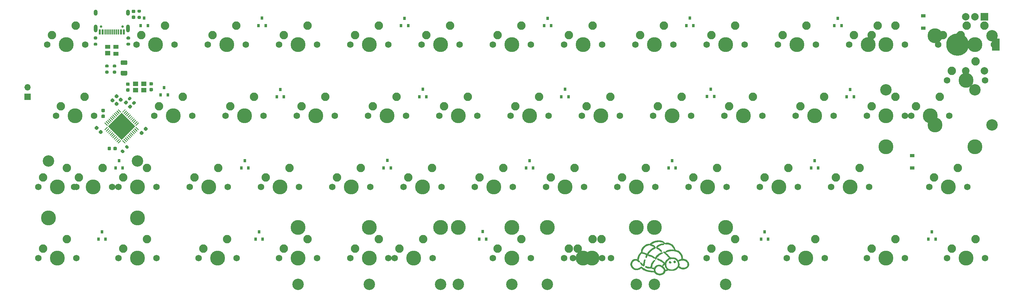
<source format=gbr>
%TF.GenerationSoftware,KiCad,Pcbnew,5.1.10-88a1d61d58~90~ubuntu20.04.1*%
%TF.CreationDate,2021-09-07T19:06:16-07:00*%
%TF.ProjectId,bkc40,626b6334-302e-46b6-9963-61645f706362,rev?*%
%TF.SameCoordinates,Original*%
%TF.FileFunction,Soldermask,Bot*%
%TF.FilePolarity,Negative*%
%FSLAX46Y46*%
G04 Gerber Fmt 4.6, Leading zero omitted, Abs format (unit mm)*
G04 Created by KiCad (PCBNEW 5.1.10-88a1d61d58~90~ubuntu20.04.1) date 2021-09-07 19:06:16*
%MOMM*%
%LPD*%
G01*
G04 APERTURE LIST*
%ADD10C,0.010000*%
%ADD11C,0.100000*%
%ADD12R,2.000000X2.000000*%
%ADD13C,2.000000*%
%ADD14R,2.000000X3.200000*%
%ADD15C,6.000000*%
%ADD16C,3.987800*%
%ADD17C,3.048000*%
%ADD18C,1.750000*%
%ADD19C,2.250000*%
%ADD20R,1.400000X1.200000*%
%ADD21O,1.000000X1.600000*%
%ADD22O,1.000000X2.100000*%
%ADD23C,0.650000*%
%ADD24R,0.300000X1.450000*%
%ADD25R,0.600000X1.450000*%
%ADD26O,1.700000X1.700000*%
%ADD27R,1.700000X1.700000*%
%ADD28R,1.400000X1.000000*%
%ADD29R,0.800000X0.900000*%
%ADD30R,1.200000X0.900000*%
G04 APERTURE END LIST*
D10*
%TO.C,G\u002A\u002A\u002A*%
G36*
X291035519Y-146745514D02*
G01*
X290951059Y-146823527D01*
X290901941Y-146939497D01*
X290893500Y-147020551D01*
X290918608Y-147149043D01*
X290991628Y-147236995D01*
X291109108Y-147281198D01*
X291179250Y-147285944D01*
X291279511Y-147277246D01*
X291345725Y-147245168D01*
X291393563Y-147194159D01*
X291453076Y-147096571D01*
X291457634Y-147018901D01*
X291421564Y-146963599D01*
X291377921Y-146899264D01*
X291353785Y-146842269D01*
X291317787Y-146766789D01*
X291258683Y-146728855D01*
X291157970Y-146717357D01*
X291145534Y-146717236D01*
X291035519Y-146745514D01*
G37*
X291035519Y-146745514D02*
X290951059Y-146823527D01*
X290901941Y-146939497D01*
X290893500Y-147020551D01*
X290918608Y-147149043D01*
X290991628Y-147236995D01*
X291109108Y-147281198D01*
X291179250Y-147285944D01*
X291279511Y-147277246D01*
X291345725Y-147245168D01*
X291393563Y-147194159D01*
X291453076Y-147096571D01*
X291457634Y-147018901D01*
X291421564Y-146963599D01*
X291377921Y-146899264D01*
X291353785Y-146842269D01*
X291317787Y-146766789D01*
X291258683Y-146728855D01*
X291157970Y-146717357D01*
X291145534Y-146717236D01*
X291035519Y-146745514D01*
G36*
X289780764Y-146857936D02*
G01*
X289711145Y-146906514D01*
X289678435Y-146998509D01*
X289673365Y-147098913D01*
X289683284Y-147205631D01*
X289716860Y-147279614D01*
X289765314Y-147332110D01*
X289881435Y-147400114D01*
X290012499Y-147414282D01*
X290138938Y-147373784D01*
X290174844Y-147349445D01*
X290242101Y-147269363D01*
X290252491Y-147176182D01*
X290205619Y-147064997D01*
X290145250Y-146981957D01*
X290073723Y-146901245D01*
X290015239Y-146859912D01*
X289946645Y-146845165D01*
X289895137Y-146843750D01*
X289780764Y-146857936D01*
G37*
X289780764Y-146857936D02*
X289711145Y-146906514D01*
X289678435Y-146998509D01*
X289673365Y-147098913D01*
X289683284Y-147205631D01*
X289716860Y-147279614D01*
X289765314Y-147332110D01*
X289881435Y-147400114D01*
X290012499Y-147414282D01*
X290138938Y-147373784D01*
X290174844Y-147349445D01*
X290242101Y-147269363D01*
X290252491Y-147176182D01*
X290205619Y-147064997D01*
X290145250Y-146981957D01*
X290073723Y-146901245D01*
X290015239Y-146859912D01*
X289946645Y-146845165D01*
X289895137Y-146843750D01*
X289780764Y-146857936D01*
G36*
X284249445Y-145099858D02*
G01*
X284164145Y-145115262D01*
X284119139Y-145145705D01*
X284118272Y-145147721D01*
X284093636Y-145272948D01*
X284123051Y-145368671D01*
X284202659Y-145428893D01*
X284311226Y-145447759D01*
X284401467Y-145465140D01*
X284462256Y-145495384D01*
X284541365Y-145531145D01*
X284612220Y-145542000D01*
X284694644Y-145556307D01*
X284810184Y-145593765D01*
X284936733Y-145646172D01*
X285051500Y-145704931D01*
X285118441Y-145739485D01*
X285173018Y-145764473D01*
X285234517Y-145798174D01*
X285328066Y-145857489D01*
X285434643Y-145930296D01*
X285446925Y-145939022D01*
X285589952Y-146027286D01*
X285713392Y-146076396D01*
X285808535Y-146083762D01*
X285855834Y-146060583D01*
X285882343Y-145996360D01*
X285852991Y-145910911D01*
X285766933Y-145802599D01*
X285678151Y-145717341D01*
X285577195Y-145629637D01*
X285486415Y-145555324D01*
X285421975Y-145507518D01*
X285411541Y-145501054D01*
X285259702Y-145417520D01*
X285129261Y-145350701D01*
X285030952Y-145305817D01*
X284975509Y-145288089D01*
X284973404Y-145288000D01*
X284920124Y-145265711D01*
X284892750Y-145240375D01*
X284836117Y-145208075D01*
X284749799Y-145191977D01*
X284738050Y-145191624D01*
X284635507Y-145178002D01*
X284546168Y-145146614D01*
X284543500Y-145145125D01*
X284459483Y-145114665D01*
X284354678Y-145099617D01*
X284249445Y-145099858D01*
G37*
X284249445Y-145099858D02*
X284164145Y-145115262D01*
X284119139Y-145145705D01*
X284118272Y-145147721D01*
X284093636Y-145272948D01*
X284123051Y-145368671D01*
X284202659Y-145428893D01*
X284311226Y-145447759D01*
X284401467Y-145465140D01*
X284462256Y-145495384D01*
X284541365Y-145531145D01*
X284612220Y-145542000D01*
X284694644Y-145556307D01*
X284810184Y-145593765D01*
X284936733Y-145646172D01*
X285051500Y-145704931D01*
X285118441Y-145739485D01*
X285173018Y-145764473D01*
X285234517Y-145798174D01*
X285328066Y-145857489D01*
X285434643Y-145930296D01*
X285446925Y-145939022D01*
X285589952Y-146027286D01*
X285713392Y-146076396D01*
X285808535Y-146083762D01*
X285855834Y-146060583D01*
X285882343Y-145996360D01*
X285852991Y-145910911D01*
X285766933Y-145802599D01*
X285678151Y-145717341D01*
X285577195Y-145629637D01*
X285486415Y-145555324D01*
X285421975Y-145507518D01*
X285411541Y-145501054D01*
X285259702Y-145417520D01*
X285129261Y-145350701D01*
X285030952Y-145305817D01*
X284975509Y-145288089D01*
X284973404Y-145288000D01*
X284920124Y-145265711D01*
X284892750Y-145240375D01*
X284836117Y-145208075D01*
X284749799Y-145191977D01*
X284738050Y-145191624D01*
X284635507Y-145178002D01*
X284546168Y-145146614D01*
X284543500Y-145145125D01*
X284459483Y-145114665D01*
X284354678Y-145099617D01*
X284249445Y-145099858D01*
G36*
X287666691Y-144527640D02*
G01*
X287566418Y-144541312D01*
X287501855Y-144568027D01*
X287496250Y-144573625D01*
X287446277Y-144614259D01*
X287420925Y-144622242D01*
X287359827Y-144639844D01*
X287259963Y-144685743D01*
X287135167Y-144752664D01*
X286999276Y-144833333D01*
X286909021Y-144891378D01*
X286755307Y-145006316D01*
X286587870Y-145152476D01*
X286419205Y-145316893D01*
X286261806Y-145486606D01*
X286128169Y-145648652D01*
X286030788Y-145790069D01*
X286014003Y-145819871D01*
X285971154Y-145930897D01*
X285945824Y-146058227D01*
X285939407Y-146181799D01*
X285953297Y-146281552D01*
X285978600Y-146329400D01*
X286054445Y-146365869D01*
X286143443Y-146347726D01*
X286232187Y-146278033D01*
X286239303Y-146269813D01*
X286292989Y-146189681D01*
X286321374Y-146115583D01*
X286322642Y-146103126D01*
X286343516Y-146031428D01*
X286392335Y-145953785D01*
X286394080Y-145951719D01*
X286448500Y-145887714D01*
X286528220Y-145793705D01*
X286617555Y-145688191D01*
X286632930Y-145670015D01*
X286742897Y-145549365D01*
X286868684Y-145425204D01*
X286982180Y-145325154D01*
X287072516Y-145251615D01*
X287142255Y-145193417D01*
X287177600Y-145162090D01*
X287178750Y-145160833D01*
X287213048Y-145135928D01*
X287285132Y-145091109D01*
X287353375Y-145051099D01*
X287442419Y-144997674D01*
X287506862Y-144954556D01*
X287528319Y-144936078D01*
X287568138Y-144911608D01*
X287634390Y-144889476D01*
X287745797Y-144851146D01*
X287854567Y-144796865D01*
X287943220Y-144737209D01*
X287994275Y-144682754D01*
X287999766Y-144668426D01*
X287985743Y-144604246D01*
X287954010Y-144567786D01*
X287883263Y-144540586D01*
X287779899Y-144527301D01*
X287666691Y-144527640D01*
G37*
X287666691Y-144527640D02*
X287566418Y-144541312D01*
X287501855Y-144568027D01*
X287496250Y-144573625D01*
X287446277Y-144614259D01*
X287420925Y-144622242D01*
X287359827Y-144639844D01*
X287259963Y-144685743D01*
X287135167Y-144752664D01*
X286999276Y-144833333D01*
X286909021Y-144891378D01*
X286755307Y-145006316D01*
X286587870Y-145152476D01*
X286419205Y-145316893D01*
X286261806Y-145486606D01*
X286128169Y-145648652D01*
X286030788Y-145790069D01*
X286014003Y-145819871D01*
X285971154Y-145930897D01*
X285945824Y-146058227D01*
X285939407Y-146181799D01*
X285953297Y-146281552D01*
X285978600Y-146329400D01*
X286054445Y-146365869D01*
X286143443Y-146347726D01*
X286232187Y-146278033D01*
X286239303Y-146269813D01*
X286292989Y-146189681D01*
X286321374Y-146115583D01*
X286322642Y-146103126D01*
X286343516Y-146031428D01*
X286392335Y-145953785D01*
X286394080Y-145951719D01*
X286448500Y-145887714D01*
X286528220Y-145793705D01*
X286617555Y-145688191D01*
X286632930Y-145670015D01*
X286742897Y-145549365D01*
X286868684Y-145425204D01*
X286982180Y-145325154D01*
X287072516Y-145251615D01*
X287142255Y-145193417D01*
X287177600Y-145162090D01*
X287178750Y-145160833D01*
X287213048Y-145135928D01*
X287285132Y-145091109D01*
X287353375Y-145051099D01*
X287442419Y-144997674D01*
X287506862Y-144954556D01*
X287528319Y-144936078D01*
X287568138Y-144911608D01*
X287634390Y-144889476D01*
X287745797Y-144851146D01*
X287854567Y-144796865D01*
X287943220Y-144737209D01*
X287994275Y-144682754D01*
X287999766Y-144668426D01*
X287985743Y-144604246D01*
X287954010Y-144567786D01*
X287883263Y-144540586D01*
X287779899Y-144527301D01*
X287666691Y-144527640D01*
G36*
X283155710Y-146417493D02*
G01*
X283073372Y-146465857D01*
X283014454Y-146544671D01*
X283002041Y-146582214D01*
X282971910Y-146678107D01*
X282938037Y-146753398D01*
X282910216Y-146836969D01*
X282893992Y-146947704D01*
X282892305Y-146991523D01*
X282882324Y-147104632D01*
X282857470Y-147206510D01*
X282845318Y-147235086D01*
X282817013Y-147314972D01*
X282791568Y-147430149D01*
X282777629Y-147528773D01*
X282765028Y-147633029D01*
X282752474Y-147706554D01*
X282743154Y-147732750D01*
X282682088Y-147707632D01*
X282593393Y-147631246D01*
X282475388Y-147502042D01*
X282416309Y-147431196D01*
X282286650Y-147286883D01*
X282178770Y-147196826D01*
X282094380Y-147161431D01*
X282035188Y-147181103D01*
X282002904Y-147256249D01*
X281997150Y-147331752D01*
X282023566Y-147456891D01*
X282095673Y-147597838D01*
X282202762Y-147741227D01*
X282334124Y-147873690D01*
X282479048Y-147981862D01*
X282549103Y-148020656D01*
X282651957Y-148071624D01*
X282745599Y-148119335D01*
X282770399Y-148132358D01*
X282883300Y-148172908D01*
X282973149Y-148157406D01*
X283049711Y-148084161D01*
X283049806Y-148084028D01*
X283084159Y-148021467D01*
X283108128Y-147937859D01*
X283124886Y-147818256D01*
X283135698Y-147679216D01*
X283147546Y-147538241D01*
X283163314Y-147415981D01*
X283180482Y-147329923D01*
X283189735Y-147304125D01*
X283210019Y-147241030D01*
X283229716Y-147137278D01*
X283244242Y-147018375D01*
X283260481Y-146889756D01*
X283283203Y-146772812D01*
X283305459Y-146698536D01*
X283330185Y-146590087D01*
X283315874Y-146493522D01*
X283266853Y-146427649D01*
X283240122Y-146414608D01*
X283155710Y-146417493D01*
G37*
X283155710Y-146417493D02*
X283073372Y-146465857D01*
X283014454Y-146544671D01*
X283002041Y-146582214D01*
X282971910Y-146678107D01*
X282938037Y-146753398D01*
X282910216Y-146836969D01*
X282893992Y-146947704D01*
X282892305Y-146991523D01*
X282882324Y-147104632D01*
X282857470Y-147206510D01*
X282845318Y-147235086D01*
X282817013Y-147314972D01*
X282791568Y-147430149D01*
X282777629Y-147528773D01*
X282765028Y-147633029D01*
X282752474Y-147706554D01*
X282743154Y-147732750D01*
X282682088Y-147707632D01*
X282593393Y-147631246D01*
X282475388Y-147502042D01*
X282416309Y-147431196D01*
X282286650Y-147286883D01*
X282178770Y-147196826D01*
X282094380Y-147161431D01*
X282035188Y-147181103D01*
X282002904Y-147256249D01*
X281997150Y-147331752D01*
X282023566Y-147456891D01*
X282095673Y-147597838D01*
X282202762Y-147741227D01*
X282334124Y-147873690D01*
X282479048Y-147981862D01*
X282549103Y-148020656D01*
X282651957Y-148071624D01*
X282745599Y-148119335D01*
X282770399Y-148132358D01*
X282883300Y-148172908D01*
X282973149Y-148157406D01*
X283049711Y-148084161D01*
X283049806Y-148084028D01*
X283084159Y-148021467D01*
X283108128Y-147937859D01*
X283124886Y-147818256D01*
X283135698Y-147679216D01*
X283147546Y-147538241D01*
X283163314Y-147415981D01*
X283180482Y-147329923D01*
X283189735Y-147304125D01*
X283210019Y-147241030D01*
X283229716Y-147137278D01*
X283244242Y-147018375D01*
X283260481Y-146889756D01*
X283283203Y-146772812D01*
X283305459Y-146698536D01*
X283330185Y-146590087D01*
X283315874Y-146493522D01*
X283266853Y-146427649D01*
X283240122Y-146414608D01*
X283155710Y-146417493D01*
G36*
X286884149Y-141259126D02*
G01*
X286733731Y-141271306D01*
X286611053Y-141292784D01*
X286575500Y-141303375D01*
X286466080Y-141330063D01*
X286330393Y-141347345D01*
X286245198Y-141351000D01*
X286122167Y-141358260D01*
X286025005Y-141377493D01*
X285987253Y-141394120D01*
X285914743Y-141428261D01*
X285817045Y-141456679D01*
X285799247Y-141460243D01*
X285700459Y-141486675D01*
X285619406Y-141521983D01*
X285609620Y-141528248D01*
X285537365Y-141563889D01*
X285490751Y-141573250D01*
X285433791Y-141588695D01*
X285348851Y-141626507D01*
X285260830Y-141673897D01*
X285194630Y-141718075D01*
X285178500Y-141733618D01*
X285141411Y-141762227D01*
X285080481Y-141798536D01*
X284961947Y-141868916D01*
X284831916Y-141955481D01*
X284709199Y-142044813D01*
X284612608Y-142123496D01*
X284577654Y-142157137D01*
X284537879Y-142195627D01*
X284495251Y-142219901D01*
X284434720Y-142233216D01*
X284341234Y-142238830D01*
X284199744Y-142239999D01*
X284194784Y-142239999D01*
X284026550Y-142243753D01*
X283912087Y-142255802D01*
X283842066Y-142277330D01*
X283827256Y-142286615D01*
X283747334Y-142323276D01*
X283680187Y-142334240D01*
X283609717Y-142345832D01*
X283574828Y-142367481D01*
X283534559Y-142402122D01*
X283462803Y-142443751D01*
X283453892Y-142448107D01*
X283355818Y-142496511D01*
X283248603Y-142551348D01*
X283235563Y-142558177D01*
X283153608Y-142613239D01*
X283045148Y-142702681D01*
X282921317Y-142815387D01*
X282793253Y-142940238D01*
X282672090Y-143066120D01*
X282568965Y-143181914D01*
X282495013Y-143276505D01*
X282465269Y-143327143D01*
X282427531Y-143405431D01*
X282394397Y-143454915D01*
X282388581Y-143459853D01*
X282363986Y-143500397D01*
X282341562Y-143576273D01*
X282339288Y-143587683D01*
X282310507Y-143693300D01*
X282272384Y-143786471D01*
X282243912Y-143883113D01*
X282228534Y-144035431D01*
X282225946Y-144149112D01*
X282225751Y-144423100D01*
X282074938Y-144543585D01*
X281979337Y-144624277D01*
X281893916Y-144703623D01*
X281853689Y-144745847D01*
X281790631Y-144817829D01*
X281738650Y-144875250D01*
X281690515Y-144947111D01*
X281673844Y-144986375D01*
X281640676Y-145049138D01*
X281581931Y-145129883D01*
X281558696Y-145157364D01*
X281500589Y-145234794D01*
X281467033Y-145302053D01*
X281463750Y-145320164D01*
X281440873Y-145387885D01*
X281420463Y-145411400D01*
X281392464Y-145461680D01*
X281367749Y-145551472D01*
X281357211Y-145617191D01*
X281335074Y-145743034D01*
X281302077Y-145865670D01*
X281285868Y-145910023D01*
X281251150Y-146041708D01*
X281253686Y-146196259D01*
X281254148Y-146200244D01*
X281263248Y-146297619D01*
X281258360Y-146347651D01*
X281235681Y-146365672D01*
X281212674Y-146367500D01*
X281155699Y-146349601D01*
X281138352Y-146327812D01*
X281106049Y-146307379D01*
X281021664Y-146292189D01*
X280880794Y-146281632D01*
X280773700Y-146277461D01*
X280590864Y-146275579D01*
X280448322Y-146286534D01*
X280325537Y-146316130D01*
X280201973Y-146370171D01*
X280057092Y-146454458D01*
X279984743Y-146500405D01*
X279883012Y-146578672D01*
X279780797Y-146678363D01*
X279690121Y-146785056D01*
X279623007Y-146884328D01*
X279591478Y-146961759D01*
X279590500Y-146973320D01*
X279567707Y-147037542D01*
X279542875Y-147065999D01*
X279503212Y-147128934D01*
X279495055Y-147173075D01*
X279479426Y-147247520D01*
X279441971Y-147333657D01*
X279440720Y-147335875D01*
X279408833Y-147426666D01*
X279389172Y-147552780D01*
X279381765Y-147695358D01*
X279386636Y-147835540D01*
X279403811Y-147954467D01*
X279433314Y-148033281D01*
X279439772Y-148041571D01*
X279483374Y-148120783D01*
X279495250Y-148183799D01*
X279512935Y-148261291D01*
X279542875Y-148304250D01*
X279583230Y-148358470D01*
X279590500Y-148387823D01*
X279612777Y-148440333D01*
X279654000Y-148486241D01*
X279701678Y-148535964D01*
X279717500Y-148566689D01*
X279741704Y-148616998D01*
X279805556Y-148691419D01*
X279895914Y-148778770D01*
X279999637Y-148867869D01*
X280103587Y-148947534D01*
X280194621Y-149006583D01*
X280259599Y-149033833D01*
X280267250Y-149034500D01*
X280317749Y-149048610D01*
X280396928Y-149083853D01*
X280424293Y-149098000D01*
X280479896Y-149123719D01*
X280542501Y-149141445D01*
X280624699Y-149152555D01*
X280739081Y-149158424D01*
X280898239Y-149160430D01*
X280995323Y-149160422D01*
X281184314Y-149158685D01*
X281322609Y-149153597D01*
X281422984Y-149143781D01*
X281498212Y-149127863D01*
X281561068Y-149104466D01*
X281574875Y-149098000D01*
X281658683Y-149060296D01*
X281719254Y-149038026D01*
X281731539Y-149035577D01*
X281797198Y-149016623D01*
X281890799Y-148971367D01*
X281990083Y-148912391D01*
X282072791Y-148852278D01*
X282099014Y-148827844D01*
X282191184Y-148761782D01*
X282283805Y-148759216D01*
X282376709Y-148820145D01*
X282385964Y-148829682D01*
X282459299Y-148895247D01*
X282568876Y-148979020D01*
X282696479Y-149068542D01*
X282823892Y-149151358D01*
X282932900Y-149215011D01*
X282987750Y-149241203D01*
X283045336Y-149267475D01*
X283129244Y-149309525D01*
X283152791Y-149321823D01*
X283242119Y-149361420D01*
X283317718Y-149382625D01*
X283331466Y-149383750D01*
X283403134Y-149406877D01*
X283432250Y-149431375D01*
X283492687Y-149468317D01*
X283555201Y-149480077D01*
X283636645Y-149494640D01*
X283737128Y-149529608D01*
X283765625Y-149542500D01*
X283878883Y-149582885D01*
X283997524Y-149604796D01*
X284019625Y-149605932D01*
X284118088Y-149618791D01*
X284197912Y-149647814D01*
X284208256Y-149654634D01*
X284283050Y-149683987D01*
X284413068Y-149698929D01*
X284516709Y-149701250D01*
X284671633Y-149708636D01*
X284817599Y-149728287D01*
X284910844Y-149751263D01*
X285026336Y-149778840D01*
X285176103Y-149792489D01*
X285373834Y-149793413D01*
X285387267Y-149793096D01*
X285716378Y-149784915D01*
X285827157Y-149929999D01*
X285913718Y-150032529D01*
X286016005Y-150137528D01*
X286121664Y-150234126D01*
X286218340Y-150311452D01*
X286293678Y-150358638D01*
X286325005Y-150368000D01*
X286389777Y-150390741D01*
X286413208Y-150411356D01*
X286464799Y-150441574D01*
X286553118Y-150467368D01*
X286596455Y-150474898D01*
X286694989Y-150494851D01*
X286770758Y-150521485D01*
X286788930Y-150532605D01*
X286843128Y-150551900D01*
X286942548Y-150566867D01*
X287069010Y-150576678D01*
X287204332Y-150580509D01*
X287330335Y-150577533D01*
X287428836Y-150566924D01*
X287448625Y-150562575D01*
X287542874Y-150531598D01*
X287613226Y-150500513D01*
X287694213Y-150474218D01*
X287791705Y-150463250D01*
X287791901Y-150463250D01*
X287877842Y-150450163D01*
X287938277Y-150418384D01*
X287940750Y-150415625D01*
X287999880Y-150375032D01*
X288033430Y-150368000D01*
X288101851Y-150344216D01*
X288195022Y-150281046D01*
X288300762Y-150190759D01*
X288406893Y-150085626D01*
X288501234Y-149977918D01*
X288571605Y-149879905D01*
X288605828Y-149803857D01*
X288607309Y-149789848D01*
X288619314Y-149739365D01*
X288650338Y-149653811D01*
X288677236Y-149589475D01*
X288720727Y-149497582D01*
X288758741Y-149449738D01*
X288809468Y-149431064D01*
X288875865Y-149427022D01*
X288986803Y-149419248D01*
X289089009Y-149404244D01*
X289099625Y-149401932D01*
X289185741Y-149382615D01*
X288303644Y-149382615D01*
X288285413Y-149486637D01*
X288273649Y-149533574D01*
X288199443Y-149724205D01*
X288089129Y-149879871D01*
X287951841Y-149987922D01*
X287941835Y-149993182D01*
X287862734Y-150037742D01*
X287807219Y-150076406D01*
X287802805Y-150080495D01*
X287750395Y-150103422D01*
X287666938Y-150114885D01*
X287656588Y-150115125D01*
X287554449Y-150129060D01*
X287465485Y-150161066D01*
X287464500Y-150161625D01*
X287371177Y-150191635D01*
X287240212Y-150205551D01*
X287095390Y-150203373D01*
X286960498Y-150185101D01*
X286882023Y-150161625D01*
X286784165Y-150129641D01*
X286695178Y-150114245D01*
X286686283Y-150114000D01*
X286611766Y-150092548D01*
X286512260Y-150035688D01*
X286400892Y-149954664D01*
X286290787Y-149860721D01*
X286195074Y-149765101D01*
X286126877Y-149679050D01*
X286099326Y-149613812D01*
X286099250Y-149611163D01*
X286087010Y-149566458D01*
X286055976Y-149487308D01*
X286036448Y-149442779D01*
X285981554Y-149252131D01*
X285988399Y-149063126D01*
X286035750Y-148923375D01*
X286074419Y-148828259D01*
X286096377Y-148745175D01*
X286098173Y-148726286D01*
X286120384Y-148674634D01*
X286177418Y-148596077D01*
X286256426Y-148504190D01*
X286344562Y-148412542D01*
X286428978Y-148334706D01*
X286496826Y-148284255D01*
X286527734Y-148272500D01*
X286579987Y-148250259D01*
X286607250Y-148224875D01*
X286661023Y-148199044D01*
X286759048Y-148182960D01*
X286882829Y-148176622D01*
X287013871Y-148180030D01*
X287133678Y-148193184D01*
X287223754Y-148216084D01*
X287242250Y-148224875D01*
X287325171Y-148259514D01*
X287388142Y-148271374D01*
X287459409Y-148294852D01*
X287512125Y-148336000D01*
X287564992Y-148383372D01*
X287599351Y-148399500D01*
X287647171Y-148420920D01*
X287726350Y-148477981D01*
X287824939Y-148559885D01*
X287930988Y-148655830D01*
X288032549Y-148755019D01*
X288117672Y-148846652D01*
X288173339Y-148918263D01*
X288214941Y-149001434D01*
X288256889Y-149114427D01*
X288276123Y-149179922D01*
X288300468Y-149291787D01*
X288303644Y-149382615D01*
X289185741Y-149382615D01*
X289194172Y-149380724D01*
X289265510Y-149365545D01*
X289331440Y-149328098D01*
X289379898Y-149267688D01*
X289418507Y-149215060D01*
X289446074Y-149220467D01*
X289491668Y-149247538D01*
X289554407Y-149256750D01*
X289638091Y-149271865D01*
X289737065Y-149309295D01*
X289758793Y-149320250D01*
X289809426Y-149344031D01*
X289866052Y-149361036D01*
X289939840Y-149372336D01*
X290041958Y-149379003D01*
X290183578Y-149382109D01*
X290375869Y-149382727D01*
X290409198Y-149382672D01*
X290612567Y-149381368D01*
X290763768Y-149377687D01*
X290874120Y-149370556D01*
X290954942Y-149358902D01*
X291017552Y-149341655D01*
X291068125Y-149320250D01*
X291157945Y-149282028D01*
X291230514Y-149259915D01*
X291246800Y-149257827D01*
X291309784Y-149234100D01*
X291338000Y-149209125D01*
X291389648Y-149168900D01*
X291416697Y-149161500D01*
X291461801Y-149143379D01*
X291537294Y-149096600D01*
X291601405Y-149050375D01*
X291685337Y-148989980D01*
X291750686Y-148949621D01*
X291776850Y-148939250D01*
X291817262Y-148916969D01*
X291886234Y-148858496D01*
X291971629Y-148776381D01*
X292061311Y-148683176D01*
X292143143Y-148591433D01*
X292204987Y-148513703D01*
X292232974Y-148467534D01*
X292266538Y-148383625D01*
X292303295Y-148469404D01*
X292347906Y-148547873D01*
X292409468Y-148627444D01*
X292471923Y-148689869D01*
X292519208Y-148716901D01*
X292521215Y-148717000D01*
X292564396Y-148735010D01*
X292628586Y-148778543D01*
X292631087Y-148780500D01*
X292704638Y-148825479D01*
X292767145Y-148844000D01*
X292834879Y-148866878D01*
X292858413Y-148887302D01*
X292919621Y-148921620D01*
X293030114Y-148947412D01*
X293176252Y-148964672D01*
X293344395Y-148973393D01*
X293520903Y-148973570D01*
X293692134Y-148965197D01*
X293844449Y-148948268D01*
X293964207Y-148922777D01*
X294037768Y-148888718D01*
X294038834Y-148887811D01*
X294105504Y-148850550D01*
X294187617Y-148824939D01*
X294261969Y-148798323D01*
X294303330Y-148761737D01*
X294303599Y-148761062D01*
X294345710Y-148723735D01*
X294379593Y-148717000D01*
X294434555Y-148694985D01*
X294517730Y-148636981D01*
X294615815Y-148555046D01*
X294715507Y-148461238D01*
X294803504Y-148367616D01*
X294866502Y-148286239D01*
X294879843Y-148263542D01*
X294947502Y-148083735D01*
X294988011Y-147869737D01*
X294996371Y-147682186D01*
X294621615Y-147682186D01*
X294620778Y-147832552D01*
X294614871Y-147935832D01*
X294600980Y-148008400D01*
X294576188Y-148066635D01*
X294544144Y-148117424D01*
X294465511Y-148206573D01*
X294352856Y-148304491D01*
X294227795Y-148394809D01*
X294111943Y-148461157D01*
X294065650Y-148479779D01*
X293988520Y-148516422D01*
X293948651Y-148546563D01*
X293896983Y-148566655D01*
X293797470Y-148581206D01*
X293664697Y-148590278D01*
X293513252Y-148593936D01*
X293357719Y-148592244D01*
X293212685Y-148585265D01*
X293092734Y-148573063D01*
X293012454Y-148555701D01*
X292989000Y-148542375D01*
X292937353Y-148502150D01*
X292910304Y-148494750D01*
X292865375Y-148476624D01*
X292789759Y-148429748D01*
X292722790Y-148381482D01*
X292620443Y-148314827D01*
X292517567Y-148265770D01*
X292464224Y-148250328D01*
X292386895Y-148232998D01*
X292359378Y-148203895D01*
X292375058Y-148146502D01*
X292401430Y-148093566D01*
X292427277Y-148006655D01*
X292443272Y-147877287D01*
X292449273Y-147725758D01*
X292448217Y-147686546D01*
X292100000Y-147686546D01*
X292091559Y-147891962D01*
X292061518Y-148056966D01*
X292002801Y-148202963D01*
X291908329Y-148351359D01*
X291858649Y-148416558D01*
X291753260Y-148526134D01*
X291609738Y-148642258D01*
X291441956Y-148756831D01*
X291263788Y-148861754D01*
X291089107Y-148948929D01*
X290931787Y-149010258D01*
X290805700Y-149037643D01*
X290793608Y-149038256D01*
X290681240Y-149046659D01*
X290578015Y-149062701D01*
X290560125Y-149066922D01*
X290470170Y-149080686D01*
X290401375Y-149077905D01*
X290339379Y-149068594D01*
X290235508Y-149057100D01*
X290111229Y-149045778D01*
X290099750Y-149044845D01*
X289961250Y-149026795D01*
X289840956Y-149000103D01*
X289125804Y-149000103D01*
X289049215Y-149063870D01*
X288952836Y-149114368D01*
X288840866Y-149131139D01*
X288736003Y-149114452D01*
X288660948Y-149064579D01*
X288656926Y-149059185D01*
X288618802Y-148979755D01*
X288607500Y-148920198D01*
X288588069Y-148847623D01*
X288562991Y-148814835D01*
X288519727Y-148755222D01*
X288499970Y-148704142D01*
X288471165Y-148655505D01*
X288408774Y-148580274D01*
X288325350Y-148490893D01*
X288233445Y-148399806D01*
X288145610Y-148319457D01*
X288074398Y-148262291D01*
X288032566Y-148240750D01*
X288003939Y-148225015D01*
X288016992Y-148191985D01*
X288062948Y-148162918D01*
X288064972Y-148162256D01*
X288117236Y-148130415D01*
X288195052Y-148065798D01*
X288278473Y-147985492D01*
X288360686Y-147906423D01*
X288429984Y-147849889D01*
X288471500Y-147828002D01*
X288471752Y-147828000D01*
X288509194Y-147807156D01*
X288512250Y-147794376D01*
X288531702Y-147775413D01*
X288544000Y-147780375D01*
X288559922Y-147819810D01*
X288571315Y-147904504D01*
X288575749Y-148016247D01*
X288575750Y-148018066D01*
X288580316Y-148145688D01*
X288598927Y-148247957D01*
X288638958Y-148353448D01*
X288687933Y-148452755D01*
X288746856Y-148561362D01*
X288799379Y-148649132D01*
X288835380Y-148699293D01*
X288838746Y-148702552D01*
X288881092Y-148743221D01*
X288949017Y-148812626D01*
X289001590Y-148867916D01*
X289125804Y-149000103D01*
X289840956Y-149000103D01*
X289832555Y-148998239D01*
X289743828Y-148966606D01*
X289657122Y-148928941D01*
X289587727Y-148908640D01*
X289575604Y-148907500D01*
X289531565Y-148885507D01*
X289457830Y-148827391D01*
X289366273Y-148744946D01*
X289268768Y-148649966D01*
X289177190Y-148554247D01*
X289103412Y-148469581D01*
X289059310Y-148407763D01*
X289052000Y-148387429D01*
X289031025Y-148328393D01*
X289001774Y-148290308D01*
X288968330Y-148223412D01*
X288943696Y-148108028D01*
X288927851Y-147958555D01*
X288920778Y-147789390D01*
X288922455Y-147614929D01*
X288932864Y-147449568D01*
X288951986Y-147307706D01*
X288979800Y-147203739D01*
X289003294Y-147162445D01*
X289042850Y-147095497D01*
X289052000Y-147053069D01*
X289073437Y-147012139D01*
X289132523Y-146936084D01*
X289221420Y-146834089D01*
X289332292Y-146715339D01*
X289395294Y-146650757D01*
X289738588Y-146304000D01*
X289897226Y-146304000D01*
X290008583Y-146294401D01*
X290096213Y-146269624D01*
X290117495Y-146257384D01*
X290177227Y-146236034D01*
X290282852Y-146220309D01*
X290419831Y-146210223D01*
X290573623Y-146205792D01*
X290729688Y-146207031D01*
X290873485Y-146213956D01*
X290990474Y-146226580D01*
X291066116Y-146244921D01*
X291084001Y-146256375D01*
X291144755Y-146293371D01*
X291204287Y-146304000D01*
X291247387Y-146306504D01*
X291286867Y-146319253D01*
X291333687Y-146350101D01*
X291398805Y-146406900D01*
X291493179Y-146497503D01*
X291544375Y-146547722D01*
X291680024Y-146684927D01*
X291778489Y-146795509D01*
X291851022Y-146893910D01*
X291908872Y-146994573D01*
X291935742Y-147050125D01*
X291986633Y-147157634D01*
X292034627Y-147254831D01*
X292054553Y-147293148D01*
X292081685Y-147383823D01*
X292096642Y-147533628D01*
X292100000Y-147686546D01*
X292448217Y-147686546D01*
X292445141Y-147572363D01*
X292430736Y-147437398D01*
X292406608Y-147342792D01*
X292371549Y-147240109D01*
X292342686Y-147125337D01*
X292340421Y-147113625D01*
X292313470Y-147018031D01*
X292276801Y-146943242D01*
X292268829Y-146933063D01*
X292239728Y-146872427D01*
X292258308Y-146828147D01*
X292315565Y-146819579D01*
X292321004Y-146820873D01*
X292389098Y-146817096D01*
X292452358Y-146793014D01*
X292538403Y-146763000D01*
X292639323Y-146749640D01*
X292640623Y-146749625D01*
X292739696Y-146734312D01*
X292823375Y-146698925D01*
X292824887Y-146697883D01*
X292895514Y-146672240D01*
X293012890Y-146653971D01*
X293160818Y-146643122D01*
X293323102Y-146639741D01*
X293483545Y-146643872D01*
X293625949Y-146655561D01*
X293734118Y-146674856D01*
X293784221Y-146695156D01*
X293872153Y-146735569D01*
X293946987Y-146748500D01*
X294020089Y-146761913D01*
X294058985Y-146788481D01*
X294099845Y-146829688D01*
X294172378Y-146885774D01*
X294204156Y-146907544D01*
X294285386Y-146973618D01*
X294382310Y-147070203D01*
X294472128Y-147174186D01*
X294620318Y-147361747D01*
X294621615Y-147682186D01*
X294996371Y-147682186D01*
X294997973Y-147646248D01*
X294985113Y-147498453D01*
X294964460Y-147379537D01*
X294942757Y-147281844D01*
X294924571Y-147225833D01*
X294923982Y-147224750D01*
X294893816Y-147168297D01*
X294849341Y-147081977D01*
X294829961Y-147043694D01*
X294781606Y-146968149D01*
X294705813Y-146872142D01*
X294613742Y-146767369D01*
X294516553Y-146665523D01*
X294425405Y-146578300D01*
X294351458Y-146517394D01*
X294305879Y-146494500D01*
X294254427Y-146472297D01*
X294227251Y-146446875D01*
X294167456Y-146411026D01*
X294100251Y-146399250D01*
X294021130Y-146383205D01*
X293973948Y-146352465D01*
X293917857Y-146316397D01*
X293831664Y-146289701D01*
X293819248Y-146287530D01*
X293720794Y-146270633D01*
X293595437Y-146247221D01*
X293520813Y-146232516D01*
X293338251Y-146195651D01*
X293338248Y-146194648D01*
X292978360Y-146194648D01*
X292972531Y-146244836D01*
X292956637Y-146266762D01*
X292928739Y-146272122D01*
X292916242Y-146272250D01*
X292843195Y-146287038D01*
X292750360Y-146323759D01*
X292726708Y-146335750D01*
X292640401Y-146375853D01*
X292570784Y-146397827D01*
X292557452Y-146399250D01*
X292495798Y-146413326D01*
X292413940Y-146447594D01*
X292406524Y-146451385D01*
X292324703Y-146493352D01*
X292261725Y-146524611D01*
X292258750Y-146526025D01*
X292219392Y-146571972D01*
X292201079Y-146632639D01*
X292186811Y-146696134D01*
X292161332Y-146709053D01*
X292119079Y-146669225D01*
X292055284Y-146575743D01*
X291975346Y-146463554D01*
X291881656Y-146351130D01*
X291850515Y-146318167D01*
X291748672Y-146226117D01*
X291629526Y-146134372D01*
X291507836Y-146052591D01*
X291398362Y-145990433D01*
X291315865Y-145957558D01*
X291295195Y-145954750D01*
X291212277Y-145936525D01*
X291162503Y-145911013D01*
X291111952Y-145892337D01*
X291014888Y-145876305D01*
X290866586Y-145862426D01*
X290662320Y-145850210D01*
X290512711Y-145843546D01*
X290305024Y-145834709D01*
X290151587Y-145826550D01*
X290043184Y-145817755D01*
X289970596Y-145807010D01*
X289924606Y-145793000D01*
X289895995Y-145774410D01*
X289877711Y-145752990D01*
X289834140Y-145680692D01*
X289814000Y-145634016D01*
X289779150Y-145571757D01*
X289705363Y-145474670D01*
X289600344Y-145351018D01*
X289471798Y-145209063D01*
X289327431Y-145057068D01*
X289174948Y-144903294D01*
X289022054Y-144756004D01*
X288876455Y-144623460D01*
X288850387Y-144600743D01*
X288776070Y-144531097D01*
X288730866Y-144477900D01*
X288724245Y-144453715D01*
X288770096Y-144444193D01*
X288852847Y-144439133D01*
X288883251Y-144438864D01*
X288995025Y-144424986D01*
X289068082Y-144387454D01*
X289128458Y-144345826D01*
X289166510Y-144335500D01*
X289227996Y-144319489D01*
X289283305Y-144291621D01*
X289353224Y-144264078D01*
X289459314Y-144239340D01*
X289542034Y-144227156D01*
X289651792Y-144209743D01*
X289739617Y-144186138D01*
X289777020Y-144167848D01*
X289824283Y-144151773D01*
X289925303Y-144138835D01*
X290082841Y-144128828D01*
X290299657Y-144121545D01*
X290434880Y-144118798D01*
X290655044Y-144115856D01*
X290821306Y-144115856D01*
X290943218Y-144119347D01*
X291030333Y-144126881D01*
X291092204Y-144139009D01*
X291138384Y-144156281D01*
X291145352Y-144159763D01*
X291229726Y-144189528D01*
X291349305Y-144215307D01*
X291457958Y-144229420D01*
X291578933Y-144245351D01*
X291682855Y-144268690D01*
X291741696Y-144291642D01*
X291818998Y-144325845D01*
X291871775Y-144335500D01*
X291938236Y-144355482D01*
X292004750Y-144399000D01*
X292069730Y-144444561D01*
X292118749Y-144462500D01*
X292163213Y-144485023D01*
X292236653Y-144544738D01*
X292327630Y-144629860D01*
X292424702Y-144728603D01*
X292516428Y-144829184D01*
X292591369Y-144919816D01*
X292638082Y-144988716D01*
X292645494Y-145005079D01*
X292675582Y-145069811D01*
X292703368Y-145097485D01*
X292703834Y-145097500D01*
X292728269Y-145124801D01*
X292750371Y-145190453D01*
X292750394Y-145190556D01*
X292780038Y-145270942D01*
X292816416Y-145321443D01*
X292851186Y-145380233D01*
X292862000Y-145443573D01*
X292878332Y-145533435D01*
X292904940Y-145590497D01*
X292926538Y-145650804D01*
X292946687Y-145758523D01*
X292962682Y-145897579D01*
X292967589Y-145962687D01*
X292976066Y-146104497D01*
X292978360Y-146194648D01*
X293338248Y-146194648D01*
X293337493Y-145956138D01*
X293331635Y-145786922D01*
X293312285Y-145634909D01*
X293275045Y-145483690D01*
X293215514Y-145316858D01*
X293129291Y-145118005D01*
X293090201Y-145034000D01*
X293015975Y-144891183D01*
X292928159Y-144743390D01*
X292845451Y-144622041D01*
X292843558Y-144619548D01*
X292757232Y-144516339D01*
X292657881Y-144412763D01*
X292557855Y-144320010D01*
X292469503Y-144249270D01*
X292405174Y-144211733D01*
X292389922Y-144208500D01*
X292345865Y-144184842D01*
X292331766Y-144167034D01*
X292281937Y-144121601D01*
X292194840Y-144069362D01*
X292093974Y-144021943D01*
X292002836Y-143990968D01*
X291964085Y-143985124D01*
X291883038Y-143968446D01*
X291814250Y-143938625D01*
X291727720Y-143907417D01*
X291623557Y-143892334D01*
X291614370Y-143892125D01*
X291500198Y-143867095D01*
X291466875Y-143844825D01*
X291077241Y-143844825D01*
X291077092Y-143844992D01*
X291038721Y-143846590D01*
X290962012Y-143829643D01*
X290911276Y-143813906D01*
X290814175Y-143792784D01*
X290672358Y-143776976D01*
X290500111Y-143766537D01*
X290311721Y-143761524D01*
X290121472Y-143761992D01*
X289943652Y-143767998D01*
X289792544Y-143779598D01*
X289682437Y-143796849D01*
X289644174Y-143808924D01*
X289552030Y-143838315D01*
X289433108Y-143861353D01*
X289377116Y-143867794D01*
X289268345Y-143885781D01*
X289180731Y-143915912D01*
X289152366Y-143933995D01*
X289084852Y-143975319D01*
X289038560Y-143986250D01*
X288970870Y-144011056D01*
X288887719Y-144074259D01*
X288804998Y-144159035D01*
X288738596Y-144248558D01*
X288704404Y-144326004D01*
X288702750Y-144341806D01*
X288690439Y-144413200D01*
X288653762Y-144425968D01*
X288599088Y-144386051D01*
X288516452Y-144335217D01*
X288404195Y-144302257D01*
X288293536Y-144294231D01*
X288239673Y-144304777D01*
X288180053Y-144347928D01*
X288163001Y-144426430D01*
X288163000Y-144426876D01*
X288171580Y-144483485D01*
X288205104Y-144534107D01*
X288275255Y-144592418D01*
X288345563Y-144640614D01*
X288484143Y-144743490D01*
X288658919Y-144891988D01*
X288866003Y-145082483D01*
X289101502Y-145311353D01*
X289361527Y-145574971D01*
X289473558Y-145691456D01*
X289688740Y-145916729D01*
X289590988Y-145991302D01*
X289405073Y-146140026D01*
X289228822Y-146293799D01*
X289073286Y-146442141D01*
X288949516Y-146574573D01*
X288875541Y-146669794D01*
X288812055Y-146761798D01*
X288759656Y-146831230D01*
X288731375Y-146861556D01*
X288708832Y-146903871D01*
X288702750Y-146952861D01*
X288683302Y-147028253D01*
X288655125Y-147066000D01*
X288614747Y-147115931D01*
X288607014Y-147141325D01*
X288590735Y-147198905D01*
X288579578Y-147219644D01*
X288552537Y-147233349D01*
X288504570Y-147209041D01*
X288426405Y-147141684D01*
X288413377Y-147129345D01*
X288312103Y-147039009D01*
X288187829Y-146936769D01*
X288083625Y-146856846D01*
X287983499Y-146782634D01*
X287899070Y-146718630D01*
X287847544Y-146677892D01*
X287845500Y-146676151D01*
X287792316Y-146640090D01*
X287703622Y-146588932D01*
X287623250Y-146546437D01*
X287510704Y-146487232D01*
X287406116Y-146428859D01*
X287353375Y-146397215D01*
X287262885Y-146345243D01*
X287178884Y-146305158D01*
X287178750Y-146305105D01*
X287090444Y-146265853D01*
X287009490Y-146225258D01*
X286929161Y-146190833D01*
X286865742Y-146177000D01*
X286799767Y-146159471D01*
X286740825Y-146127231D01*
X286645248Y-146087704D01*
X286561569Y-146098654D01*
X286503620Y-146150729D01*
X286485231Y-146234577D01*
X286497345Y-146291855D01*
X286554984Y-146377081D01*
X286658307Y-146458459D01*
X286766000Y-146512831D01*
X286847742Y-146549594D01*
X286960917Y-146605330D01*
X287081650Y-146667817D01*
X287186065Y-146724832D01*
X287226375Y-146748500D01*
X287308190Y-146795780D01*
X287418044Y-146855619D01*
X287496250Y-146896544D01*
X287613364Y-146963880D01*
X287748659Y-147052279D01*
X287865625Y-147137175D01*
X287960751Y-147208818D01*
X288036756Y-147262083D01*
X288079824Y-147287386D01*
X288083400Y-147288250D01*
X288127818Y-147311095D01*
X288185773Y-147364635D01*
X288236118Y-147426376D01*
X288257702Y-147473644D01*
X288236596Y-147516708D01*
X288181116Y-147586215D01*
X288114843Y-147655539D01*
X287991445Y-147795462D01*
X287928154Y-147916832D01*
X287925161Y-148019278D01*
X287926116Y-148022409D01*
X287935340Y-148089482D01*
X287904816Y-148110705D01*
X287832971Y-148086163D01*
X287742507Y-148032200D01*
X287641188Y-147973602D01*
X287548548Y-147933647D01*
X287496975Y-147922240D01*
X287408256Y-147902751D01*
X287355245Y-147874615D01*
X287284906Y-147846332D01*
X287162795Y-147831224D01*
X287035875Y-147828000D01*
X286871622Y-147833958D01*
X286763665Y-147852431D01*
X286716506Y-147874615D01*
X286648065Y-147903064D01*
X286547789Y-147920150D01*
X286503737Y-147922240D01*
X286399156Y-147931802D01*
X286304998Y-147965509D01*
X286194280Y-148033268D01*
X286186237Y-148038830D01*
X286044874Y-148143301D01*
X285935938Y-148236529D01*
X285867199Y-148311268D01*
X285846132Y-148355924D01*
X285823276Y-148404651D01*
X285798466Y-148430552D01*
X285760540Y-148487372D01*
X285732451Y-148572120D01*
X285731432Y-148577315D01*
X285711500Y-148656339D01*
X285683018Y-148679236D01*
X285631364Y-148653090D01*
X285608995Y-148636615D01*
X285529849Y-148605951D01*
X285400301Y-148591088D01*
X285346061Y-148590000D01*
X285233089Y-148586429D01*
X285161843Y-148568697D01*
X285126588Y-148526272D01*
X285121588Y-148448624D01*
X285141107Y-148325222D01*
X285157940Y-148244604D01*
X285183469Y-148113022D01*
X285202095Y-147992647D01*
X285210164Y-147907464D01*
X285210250Y-147901320D01*
X285229622Y-147801158D01*
X285283988Y-147664995D01*
X285367721Y-147505640D01*
X285426000Y-147410021D01*
X285539108Y-147238399D01*
X285644741Y-147087782D01*
X285734210Y-146970203D01*
X285789162Y-146907141D01*
X285860944Y-146825574D01*
X285919157Y-146746906D01*
X285952533Y-146683631D01*
X285947086Y-146635946D01*
X285922320Y-146596093D01*
X285869639Y-146542182D01*
X285808186Y-146532085D01*
X285723844Y-146566257D01*
X285662057Y-146604432D01*
X285508272Y-146718088D01*
X285383396Y-146842336D01*
X285265229Y-146999934D01*
X285242000Y-147035070D01*
X285186926Y-147111720D01*
X285146750Y-147160255D01*
X285090737Y-147237497D01*
X285026626Y-147349678D01*
X284963011Y-147478412D01*
X284908487Y-147605315D01*
X284871647Y-147711998D01*
X284860657Y-147772310D01*
X284850933Y-147865664D01*
X284826767Y-147981793D01*
X284813032Y-148031483D01*
X284784897Y-148142054D01*
X284767968Y-148242988D01*
X284765750Y-148277546D01*
X284764738Y-148316929D01*
X284755494Y-148344634D01*
X284728712Y-148362388D01*
X284675085Y-148371918D01*
X284585305Y-148374949D01*
X284450065Y-148373208D01*
X284273921Y-148368783D01*
X284097178Y-148361274D01*
X283969813Y-148348107D01*
X283877804Y-148327191D01*
X283814016Y-148300215D01*
X283729201Y-148261525D01*
X283660661Y-148241511D01*
X283650921Y-148240750D01*
X283587622Y-148217998D01*
X283559250Y-148193125D01*
X283490694Y-148148720D01*
X283416207Y-148155318D01*
X283351213Y-148204118D01*
X283311131Y-148286322D01*
X283305250Y-148338068D01*
X283318824Y-148407580D01*
X283368020Y-148471012D01*
X283437014Y-148526300D01*
X283526632Y-148581972D01*
X283606585Y-148616367D01*
X283636325Y-148621750D01*
X283713500Y-148639751D01*
X283776412Y-148672559D01*
X283812113Y-148691282D01*
X283863520Y-148704326D01*
X283940334Y-148712309D01*
X284052255Y-148715851D01*
X284208984Y-148715572D01*
X284401395Y-148712466D01*
X284604268Y-148709109D01*
X284752933Y-148708670D01*
X284856644Y-148711794D01*
X284924651Y-148719131D01*
X284966208Y-148731326D01*
X284990566Y-148749027D01*
X284994732Y-148753975D01*
X285072193Y-148817531D01*
X285189048Y-148874694D01*
X285321244Y-148916480D01*
X285444726Y-148933906D01*
X285474565Y-148933188D01*
X285607125Y-148923375D01*
X285616554Y-149158528D01*
X285618928Y-149279559D01*
X285616376Y-149378796D01*
X285609462Y-149436398D01*
X285608587Y-149439015D01*
X285590635Y-149458565D01*
X285548205Y-149469551D01*
X285470757Y-149472615D01*
X285347749Y-149468396D01*
X285234033Y-149461779D01*
X285080907Y-149448764D01*
X284943630Y-149431053D01*
X284839248Y-149411194D01*
X284791140Y-149395604D01*
X284713301Y-149372463D01*
X284597593Y-149356757D01*
X284488642Y-149352000D01*
X284348586Y-149344827D01*
X284245875Y-149324984D01*
X284209253Y-149308319D01*
X284141797Y-149278664D01*
X284040255Y-149252114D01*
X283981535Y-149242059D01*
X283880197Y-149220977D01*
X283803195Y-149191998D01*
X283779210Y-149174615D01*
X283717609Y-149136414D01*
X283679324Y-149129750D01*
X283605143Y-149115226D01*
X283532399Y-149085703D01*
X283439543Y-149039800D01*
X283368750Y-149007521D01*
X283234107Y-148940367D01*
X283064624Y-148841485D01*
X282874426Y-148719583D01*
X282677636Y-148583366D01*
X282659622Y-148570367D01*
X282535036Y-148485798D01*
X282416707Y-148415334D01*
X282321350Y-148368465D01*
X282280925Y-148355386D01*
X282222718Y-148349113D01*
X282168893Y-148359364D01*
X282104658Y-148392971D01*
X282015225Y-148456769D01*
X281946420Y-148509955D01*
X281839682Y-148588590D01*
X281745844Y-148648970D01*
X281679789Y-148681857D01*
X281664036Y-148685250D01*
X281599923Y-148699767D01*
X281512396Y-148735898D01*
X281487208Y-148748750D01*
X281422026Y-148777903D01*
X281346855Y-148796776D01*
X281246534Y-148807390D01*
X281105901Y-148811767D01*
X281010958Y-148812250D01*
X280843131Y-148810335D01*
X280723564Y-148803243D01*
X280637097Y-148788952D01*
X280568568Y-148765441D01*
X280534708Y-148748750D01*
X280449872Y-148708775D01*
X280383196Y-148686745D01*
X280370561Y-148685250D01*
X280326216Y-148663341D01*
X280254849Y-148606756D01*
X280170343Y-148529202D01*
X280086580Y-148444389D01*
X280017439Y-148366024D01*
X279976804Y-148307816D01*
X279971500Y-148291162D01*
X279952124Y-148239622D01*
X279908000Y-148177250D01*
X279861259Y-148102545D01*
X279843375Y-148037454D01*
X279826830Y-147959738D01*
X279796875Y-147891500D01*
X279766319Y-147805070D01*
X279752267Y-147696840D01*
X279754948Y-147590123D01*
X279774585Y-147508232D01*
X279792913Y-147482038D01*
X279825806Y-147428824D01*
X279852502Y-147342437D01*
X279856789Y-147319400D01*
X279875849Y-147240236D01*
X279898878Y-147196216D01*
X279905853Y-147193000D01*
X279932937Y-147165822D01*
X279954668Y-147105687D01*
X279988013Y-147015614D01*
X280050157Y-146934985D01*
X280151772Y-146852901D01*
X280282937Y-146770446D01*
X280391968Y-146709814D01*
X280478361Y-146674660D01*
X280568311Y-146658137D01*
X280688016Y-146653398D01*
X280731314Y-146653250D01*
X280874237Y-146657359D01*
X280964966Y-146670886D01*
X281014349Y-146695622D01*
X281019250Y-146700875D01*
X281078380Y-146741467D01*
X281111930Y-146748500D01*
X281178108Y-146767047D01*
X281227105Y-146796125D01*
X281414466Y-146934760D01*
X281564283Y-147032987D01*
X281684194Y-147095019D01*
X281781836Y-147125066D01*
X281831474Y-147129500D01*
X281878397Y-147106330D01*
X281890997Y-147045134D01*
X281873457Y-146958382D01*
X281829957Y-146858543D01*
X281764677Y-146758087D01*
X281681798Y-146669483D01*
X281675406Y-146664013D01*
X281568313Y-146573875D01*
X281593815Y-146319625D01*
X281612500Y-146180831D01*
X281638106Y-146050800D01*
X281665452Y-145955322D01*
X281668533Y-145947582D01*
X281702118Y-145833607D01*
X281717628Y-145714726D01*
X281717750Y-145705657D01*
X281729987Y-145610044D01*
X281761216Y-145545860D01*
X281765375Y-145541999D01*
X281805600Y-145490352D01*
X281813001Y-145463303D01*
X281831121Y-145418199D01*
X281877900Y-145342706D01*
X281924126Y-145278595D01*
X281984450Y-145195491D01*
X282024893Y-145131931D01*
X282035455Y-145107342D01*
X282054781Y-145071470D01*
X282104887Y-145003789D01*
X282164926Y-144930812D01*
X282240465Y-144847217D01*
X282298473Y-144802135D01*
X282360435Y-144783981D01*
X282442533Y-144781125D01*
X282551424Y-144791609D01*
X282646437Y-144816538D01*
X282670250Y-144827625D01*
X282759094Y-144860353D01*
X282860750Y-144875202D01*
X282962219Y-144891095D01*
X283074347Y-144927733D01*
X283098875Y-144938750D01*
X283194769Y-144977482D01*
X283279395Y-144999416D01*
X283298599Y-145001172D01*
X283376181Y-145021273D01*
X283459647Y-145069212D01*
X283527681Y-145129443D01*
X283558964Y-145186421D01*
X283559250Y-145191253D01*
X283545017Y-145250710D01*
X283509857Y-145333873D01*
X283500598Y-145351970D01*
X283455280Y-145469817D01*
X283426558Y-145608639D01*
X283417258Y-145744474D01*
X283430207Y-145853358D01*
X283438675Y-145876795D01*
X283493102Y-145942025D01*
X283565253Y-145950219D01*
X283647013Y-145902347D01*
X283698357Y-145845743D01*
X283750998Y-145759076D01*
X283779712Y-145677472D01*
X283781500Y-145659131D01*
X283799084Y-145583408D01*
X283827085Y-145543693D01*
X283867412Y-145485735D01*
X283892625Y-145414999D01*
X283922426Y-145335257D01*
X283958166Y-145286306D01*
X283997016Y-145224117D01*
X284003750Y-145185889D01*
X284030569Y-145126728D01*
X284064315Y-145107467D01*
X284124605Y-145069411D01*
X284144197Y-145039002D01*
X284179072Y-144967308D01*
X284236871Y-144868961D01*
X284303647Y-144765719D01*
X284365451Y-144679341D01*
X284401813Y-144637125D01*
X284438314Y-144596423D01*
X284499151Y-144522587D01*
X284559369Y-144446625D01*
X284644935Y-144343100D01*
X284733263Y-144246368D01*
X284812517Y-144168375D01*
X284870861Y-144121066D01*
X284890531Y-144112390D01*
X284921535Y-144092267D01*
X284985345Y-144040363D01*
X285067375Y-143968598D01*
X285182581Y-143873744D01*
X285311571Y-143780463D01*
X285392142Y-143729386D01*
X285483695Y-143673314D01*
X285551366Y-143626351D01*
X285576578Y-143603303D01*
X285620487Y-143577750D01*
X285652737Y-143573500D01*
X285722302Y-143550515D01*
X285747415Y-143528990D01*
X285805121Y-143487972D01*
X285870365Y-143463136D01*
X285975815Y-143417014D01*
X286051803Y-143346276D01*
X286091738Y-143264534D01*
X286089029Y-143185397D01*
X286037086Y-143122474D01*
X286035750Y-143121631D01*
X286009805Y-143088737D01*
X285735192Y-143088737D01*
X285712181Y-143137576D01*
X285654729Y-143182959D01*
X285576121Y-143210329D01*
X285491088Y-143236476D01*
X285432361Y-143272276D01*
X285429744Y-143275196D01*
X285380195Y-143313558D01*
X285357175Y-143319713D01*
X285308120Y-143337874D01*
X285221658Y-143386365D01*
X285110613Y-143456669D01*
X284987808Y-143540270D01*
X284866067Y-143628648D01*
X284758213Y-143713288D01*
X284734113Y-143733558D01*
X284571471Y-143879057D01*
X284412356Y-144032613D01*
X284265700Y-144184589D01*
X284140434Y-144325345D01*
X284045489Y-144445244D01*
X283989796Y-144534647D01*
X283987875Y-144538882D01*
X283946442Y-144611461D01*
X283885789Y-144694772D01*
X283820040Y-144771970D01*
X283763321Y-144826213D01*
X283733875Y-144841760D01*
X283685859Y-144823972D01*
X283640495Y-144794865D01*
X283570371Y-144757817D01*
X283525320Y-144748250D01*
X283460741Y-144725439D01*
X283432250Y-144700625D01*
X283371955Y-144664176D01*
X283308830Y-144653000D01*
X283226601Y-144637929D01*
X283128454Y-144600597D01*
X283106458Y-144589500D01*
X282977046Y-144543051D01*
X282837053Y-144525513D01*
X282723389Y-144520670D01*
X282651394Y-144499249D01*
X282611826Y-144449585D01*
X282595437Y-144360011D01*
X282592984Y-144218861D01*
X282592995Y-144217538D01*
X282603110Y-144038802D01*
X282630664Y-143914208D01*
X282648362Y-143875125D01*
X282684661Y-143802303D01*
X282701639Y-143752720D01*
X282701805Y-143750211D01*
X282725700Y-143670005D01*
X282790500Y-143560571D01*
X282887105Y-143431823D01*
X283006418Y-143293674D01*
X283139340Y-143156039D01*
X283276774Y-143028830D01*
X283409621Y-142921962D01*
X283528783Y-142845348D01*
X283535438Y-142841858D01*
X283619523Y-142794835D01*
X283674270Y-142757304D01*
X283686250Y-142742907D01*
X283714207Y-142724946D01*
X283783987Y-142705832D01*
X283811423Y-142700683D01*
X283901378Y-142676205D01*
X283965920Y-142642332D01*
X283974060Y-142634393D01*
X284029172Y-142603736D01*
X284114638Y-142588239D01*
X284126701Y-142587856D01*
X284235299Y-142575515D01*
X284351751Y-142547039D01*
X284367846Y-142541597D01*
X284449117Y-142519103D01*
X284502528Y-142516264D01*
X284510721Y-142520854D01*
X284564731Y-142567834D01*
X284652894Y-142619698D01*
X284748584Y-142662944D01*
X284825173Y-142684072D01*
X284833468Y-142684500D01*
X284910102Y-142699397D01*
X285005029Y-142736357D01*
X285028043Y-142748000D01*
X285121779Y-142788739D01*
X285206198Y-142810416D01*
X285222123Y-142811500D01*
X285298079Y-142830434D01*
X285337250Y-142859125D01*
X285397221Y-142899756D01*
X285431467Y-142906750D01*
X285492960Y-142928915D01*
X285543625Y-142970250D01*
X285605686Y-143018316D01*
X285654380Y-143033750D01*
X285717885Y-143049707D01*
X285735192Y-143088737D01*
X286009805Y-143088737D01*
X285983560Y-143055465D01*
X285972250Y-142995699D01*
X285948337Y-142924354D01*
X285886191Y-142832836D01*
X285800203Y-142735772D01*
X285704762Y-142647784D01*
X285614259Y-142583497D01*
X285543085Y-142557534D01*
X285541055Y-142557500D01*
X285491247Y-142535374D01*
X285464250Y-142509874D01*
X285403958Y-142473431D01*
X285340805Y-142462250D01*
X285263925Y-142448427D01*
X285172053Y-142414183D01*
X285088328Y-142370352D01*
X285035886Y-142327768D01*
X285029598Y-142316513D01*
X285048759Y-142283946D01*
X285108928Y-142235448D01*
X285193831Y-142182488D01*
X285281688Y-142138870D01*
X285328294Y-142103901D01*
X285337250Y-142082273D01*
X285362623Y-142052467D01*
X285380594Y-142049499D01*
X285434475Y-142031073D01*
X285503786Y-141986688D01*
X285504664Y-141985999D01*
X285580843Y-141940802D01*
X285647933Y-141922499D01*
X285720347Y-141899589D01*
X285750000Y-141874875D01*
X285808194Y-141840950D01*
X285889699Y-141827250D01*
X285987103Y-141810605D01*
X286063251Y-141775853D01*
X286140487Y-141745068D01*
X286278454Y-141717454D01*
X286474438Y-141693532D01*
X286506878Y-141690459D01*
X286856984Y-141666685D01*
X287165715Y-141662965D01*
X287428328Y-141678997D01*
X287640081Y-141714478D01*
X287796235Y-141769106D01*
X287804236Y-141773253D01*
X287880909Y-141809325D01*
X287935557Y-141826913D01*
X287939998Y-141827250D01*
X287982669Y-141845088D01*
X288054193Y-141890173D01*
X288137602Y-141949861D01*
X288215925Y-142011507D01*
X288272191Y-142062468D01*
X288290000Y-142088027D01*
X288260522Y-142098624D01*
X288181154Y-142106989D01*
X288065494Y-142112027D01*
X287979968Y-142113000D01*
X287819881Y-142115798D01*
X287706020Y-142125882D01*
X287621291Y-142145786D01*
X287551458Y-142176500D01*
X287464070Y-142216697D01*
X287392293Y-142238630D01*
X287378488Y-142239999D01*
X287324100Y-142255129D01*
X287221547Y-142298307D01*
X287077877Y-142366217D01*
X286900137Y-142455542D01*
X286719188Y-142550267D01*
X286659452Y-142591504D01*
X286572191Y-142662862D01*
X286475043Y-142749823D01*
X286463223Y-142760936D01*
X286368830Y-142855004D01*
X286316999Y-142921119D01*
X286300232Y-142970398D01*
X286304024Y-142996954D01*
X286308649Y-143069294D01*
X286293677Y-143165003D01*
X286287822Y-143186415D01*
X286270923Y-143301831D01*
X286291818Y-143390639D01*
X286345966Y-143440276D01*
X286381836Y-143446500D01*
X286447057Y-143465370D01*
X286520664Y-143510000D01*
X286583233Y-143554027D01*
X286623896Y-143573452D01*
X286624863Y-143573500D01*
X286660546Y-143592115D01*
X286727568Y-143640049D01*
X286783949Y-143684625D01*
X286864677Y-143746246D01*
X286928141Y-143786598D01*
X286952272Y-143795750D01*
X286986593Y-143816518D01*
X287056422Y-143873173D01*
X287151832Y-143957238D01*
X287262899Y-144060236D01*
X287271073Y-144068002D01*
X287403509Y-144190535D01*
X287500769Y-144271496D01*
X287570340Y-144316348D01*
X287619704Y-144330554D01*
X287629895Y-144329940D01*
X287690707Y-144294797D01*
X287712894Y-144219055D01*
X287695409Y-144113298D01*
X287659663Y-144028350D01*
X287616768Y-143964778D01*
X287544243Y-143876528D01*
X287452862Y-143774713D01*
X287353399Y-143670444D01*
X287256628Y-143574834D01*
X287173323Y-143498997D01*
X287114259Y-143454044D01*
X287095540Y-143446500D01*
X287056257Y-143429356D01*
X286983654Y-143384996D01*
X286915871Y-143338750D01*
X286811035Y-143274385D01*
X286706253Y-143225961D01*
X286653337Y-143210181D01*
X286582925Y-143193432D01*
X286565718Y-143173591D01*
X286590677Y-143141037D01*
X286629942Y-143089423D01*
X286639000Y-143063232D01*
X286663733Y-143035218D01*
X286674896Y-143033750D01*
X286718950Y-143016551D01*
X286794671Y-142972221D01*
X286857459Y-142930026D01*
X286955007Y-142864000D01*
X287044396Y-142808358D01*
X287083500Y-142786751D01*
X287159297Y-142747120D01*
X287258796Y-142692837D01*
X287302807Y-142668224D01*
X287393318Y-142622247D01*
X287466790Y-142593774D01*
X287490807Y-142589250D01*
X287550825Y-142569193D01*
X287596356Y-142537231D01*
X287650552Y-142508357D01*
X287745385Y-142487656D01*
X287890486Y-142473315D01*
X287957189Y-142469345D01*
X288100747Y-142460417D01*
X288195330Y-142449224D01*
X288255446Y-142432019D01*
X288295601Y-142405055D01*
X288322197Y-142375095D01*
X288362803Y-142304670D01*
X288355916Y-142245068D01*
X288351684Y-142236606D01*
X288337464Y-142196928D01*
X288361305Y-142180008D01*
X288433877Y-142176500D01*
X288569776Y-142207157D01*
X288657174Y-142259589D01*
X288743007Y-142313740D01*
X288814301Y-142326363D01*
X288853493Y-142319251D01*
X288929308Y-142305405D01*
X289043645Y-142291732D01*
X289170100Y-142281311D01*
X289307559Y-142276949D01*
X289399263Y-142286182D01*
X289461885Y-142310983D01*
X289470852Y-142316900D01*
X289552022Y-142351350D01*
X289651889Y-142366923D01*
X289658427Y-142366999D01*
X289747326Y-142379471D01*
X289809833Y-142410192D01*
X289814001Y-142414624D01*
X289868933Y-142455015D01*
X289898910Y-142462249D01*
X289988638Y-142486758D01*
X290110006Y-142557109D01*
X290256299Y-142668537D01*
X290420801Y-142816278D01*
X290480750Y-142875000D01*
X290614132Y-143013548D01*
X290715137Y-143134213D01*
X290800187Y-143259648D01*
X290885702Y-143412508D01*
X290923269Y-143485523D01*
X290988521Y-143618648D01*
X291039249Y-143730652D01*
X291070479Y-143809917D01*
X291077241Y-143844825D01*
X291466875Y-143844825D01*
X291405388Y-143803734D01*
X291347178Y-143716324D01*
X291336991Y-143662255D01*
X291316938Y-143577930D01*
X291289366Y-143527744D01*
X291251036Y-143451601D01*
X291240641Y-143400744D01*
X291223898Y-143338051D01*
X291183020Y-143245845D01*
X291145525Y-143176625D01*
X291090544Y-143081228D01*
X291047130Y-143003130D01*
X291030072Y-142970250D01*
X290972106Y-142871437D01*
X290887438Y-142756847D01*
X290786577Y-142637568D01*
X290680032Y-142524691D01*
X290578311Y-142429307D01*
X290491923Y-142362505D01*
X290431377Y-142335376D01*
X290428365Y-142335249D01*
X290376897Y-142311567D01*
X290363266Y-142295562D01*
X290316930Y-142253892D01*
X290235178Y-142202165D01*
X290141810Y-142153262D01*
X290060623Y-142120061D01*
X290025910Y-142112999D01*
X289967577Y-142090564D01*
X289944543Y-142069643D01*
X289892952Y-142039425D01*
X289804633Y-142013631D01*
X289761296Y-142006101D01*
X289662015Y-141985653D01*
X289584845Y-141957847D01*
X289566208Y-141946270D01*
X289504250Y-141924637D01*
X289382383Y-141911312D01*
X289203694Y-141906628D01*
X289197880Y-141906625D01*
X289038090Y-141909069D01*
X288927804Y-141917689D01*
X288853164Y-141934415D01*
X288800316Y-141961174D01*
X288798873Y-141962187D01*
X288723862Y-142001772D01*
X288655146Y-142017304D01*
X288612704Y-142005767D01*
X288607500Y-141991080D01*
X288585022Y-141951084D01*
X288526477Y-141883697D01*
X288445204Y-141801422D01*
X288354539Y-141716763D01*
X288267819Y-141642221D01*
X288198382Y-141590302D01*
X288161808Y-141573250D01*
X288096324Y-141550398D01*
X288067751Y-141525625D01*
X288017616Y-141485479D01*
X287991955Y-141478000D01*
X287943014Y-141463934D01*
X287864809Y-141428793D01*
X287837208Y-141414499D01*
X287729119Y-141372290D01*
X287616474Y-141350589D01*
X287599553Y-141349874D01*
X287496325Y-141336731D01*
X287406358Y-141306299D01*
X287401000Y-141303375D01*
X287320733Y-141278367D01*
X287195762Y-141262656D01*
X287044197Y-141256243D01*
X286884149Y-141259126D01*
G37*
X286884149Y-141259126D02*
X286733731Y-141271306D01*
X286611053Y-141292784D01*
X286575500Y-141303375D01*
X286466080Y-141330063D01*
X286330393Y-141347345D01*
X286245198Y-141351000D01*
X286122167Y-141358260D01*
X286025005Y-141377493D01*
X285987253Y-141394120D01*
X285914743Y-141428261D01*
X285817045Y-141456679D01*
X285799247Y-141460243D01*
X285700459Y-141486675D01*
X285619406Y-141521983D01*
X285609620Y-141528248D01*
X285537365Y-141563889D01*
X285490751Y-141573250D01*
X285433791Y-141588695D01*
X285348851Y-141626507D01*
X285260830Y-141673897D01*
X285194630Y-141718075D01*
X285178500Y-141733618D01*
X285141411Y-141762227D01*
X285080481Y-141798536D01*
X284961947Y-141868916D01*
X284831916Y-141955481D01*
X284709199Y-142044813D01*
X284612608Y-142123496D01*
X284577654Y-142157137D01*
X284537879Y-142195627D01*
X284495251Y-142219901D01*
X284434720Y-142233216D01*
X284341234Y-142238830D01*
X284199744Y-142239999D01*
X284194784Y-142239999D01*
X284026550Y-142243753D01*
X283912087Y-142255802D01*
X283842066Y-142277330D01*
X283827256Y-142286615D01*
X283747334Y-142323276D01*
X283680187Y-142334240D01*
X283609717Y-142345832D01*
X283574828Y-142367481D01*
X283534559Y-142402122D01*
X283462803Y-142443751D01*
X283453892Y-142448107D01*
X283355818Y-142496511D01*
X283248603Y-142551348D01*
X283235563Y-142558177D01*
X283153608Y-142613239D01*
X283045148Y-142702681D01*
X282921317Y-142815387D01*
X282793253Y-142940238D01*
X282672090Y-143066120D01*
X282568965Y-143181914D01*
X282495013Y-143276505D01*
X282465269Y-143327143D01*
X282427531Y-143405431D01*
X282394397Y-143454915D01*
X282388581Y-143459853D01*
X282363986Y-143500397D01*
X282341562Y-143576273D01*
X282339288Y-143587683D01*
X282310507Y-143693300D01*
X282272384Y-143786471D01*
X282243912Y-143883113D01*
X282228534Y-144035431D01*
X282225946Y-144149112D01*
X282225751Y-144423100D01*
X282074938Y-144543585D01*
X281979337Y-144624277D01*
X281893916Y-144703623D01*
X281853689Y-144745847D01*
X281790631Y-144817829D01*
X281738650Y-144875250D01*
X281690515Y-144947111D01*
X281673844Y-144986375D01*
X281640676Y-145049138D01*
X281581931Y-145129883D01*
X281558696Y-145157364D01*
X281500589Y-145234794D01*
X281467033Y-145302053D01*
X281463750Y-145320164D01*
X281440873Y-145387885D01*
X281420463Y-145411400D01*
X281392464Y-145461680D01*
X281367749Y-145551472D01*
X281357211Y-145617191D01*
X281335074Y-145743034D01*
X281302077Y-145865670D01*
X281285868Y-145910023D01*
X281251150Y-146041708D01*
X281253686Y-146196259D01*
X281254148Y-146200244D01*
X281263248Y-146297619D01*
X281258360Y-146347651D01*
X281235681Y-146365672D01*
X281212674Y-146367500D01*
X281155699Y-146349601D01*
X281138352Y-146327812D01*
X281106049Y-146307379D01*
X281021664Y-146292189D01*
X280880794Y-146281632D01*
X280773700Y-146277461D01*
X280590864Y-146275579D01*
X280448322Y-146286534D01*
X280325537Y-146316130D01*
X280201973Y-146370171D01*
X280057092Y-146454458D01*
X279984743Y-146500405D01*
X279883012Y-146578672D01*
X279780797Y-146678363D01*
X279690121Y-146785056D01*
X279623007Y-146884328D01*
X279591478Y-146961759D01*
X279590500Y-146973320D01*
X279567707Y-147037542D01*
X279542875Y-147065999D01*
X279503212Y-147128934D01*
X279495055Y-147173075D01*
X279479426Y-147247520D01*
X279441971Y-147333657D01*
X279440720Y-147335875D01*
X279408833Y-147426666D01*
X279389172Y-147552780D01*
X279381765Y-147695358D01*
X279386636Y-147835540D01*
X279403811Y-147954467D01*
X279433314Y-148033281D01*
X279439772Y-148041571D01*
X279483374Y-148120783D01*
X279495250Y-148183799D01*
X279512935Y-148261291D01*
X279542875Y-148304250D01*
X279583230Y-148358470D01*
X279590500Y-148387823D01*
X279612777Y-148440333D01*
X279654000Y-148486241D01*
X279701678Y-148535964D01*
X279717500Y-148566689D01*
X279741704Y-148616998D01*
X279805556Y-148691419D01*
X279895914Y-148778770D01*
X279999637Y-148867869D01*
X280103587Y-148947534D01*
X280194621Y-149006583D01*
X280259599Y-149033833D01*
X280267250Y-149034500D01*
X280317749Y-149048610D01*
X280396928Y-149083853D01*
X280424293Y-149098000D01*
X280479896Y-149123719D01*
X280542501Y-149141445D01*
X280624699Y-149152555D01*
X280739081Y-149158424D01*
X280898239Y-149160430D01*
X280995323Y-149160422D01*
X281184314Y-149158685D01*
X281322609Y-149153597D01*
X281422984Y-149143781D01*
X281498212Y-149127863D01*
X281561068Y-149104466D01*
X281574875Y-149098000D01*
X281658683Y-149060296D01*
X281719254Y-149038026D01*
X281731539Y-149035577D01*
X281797198Y-149016623D01*
X281890799Y-148971367D01*
X281990083Y-148912391D01*
X282072791Y-148852278D01*
X282099014Y-148827844D01*
X282191184Y-148761782D01*
X282283805Y-148759216D01*
X282376709Y-148820145D01*
X282385964Y-148829682D01*
X282459299Y-148895247D01*
X282568876Y-148979020D01*
X282696479Y-149068542D01*
X282823892Y-149151358D01*
X282932900Y-149215011D01*
X282987750Y-149241203D01*
X283045336Y-149267475D01*
X283129244Y-149309525D01*
X283152791Y-149321823D01*
X283242119Y-149361420D01*
X283317718Y-149382625D01*
X283331466Y-149383750D01*
X283403134Y-149406877D01*
X283432250Y-149431375D01*
X283492687Y-149468317D01*
X283555201Y-149480077D01*
X283636645Y-149494640D01*
X283737128Y-149529608D01*
X283765625Y-149542500D01*
X283878883Y-149582885D01*
X283997524Y-149604796D01*
X284019625Y-149605932D01*
X284118088Y-149618791D01*
X284197912Y-149647814D01*
X284208256Y-149654634D01*
X284283050Y-149683987D01*
X284413068Y-149698929D01*
X284516709Y-149701250D01*
X284671633Y-149708636D01*
X284817599Y-149728287D01*
X284910844Y-149751263D01*
X285026336Y-149778840D01*
X285176103Y-149792489D01*
X285373834Y-149793413D01*
X285387267Y-149793096D01*
X285716378Y-149784915D01*
X285827157Y-149929999D01*
X285913718Y-150032529D01*
X286016005Y-150137528D01*
X286121664Y-150234126D01*
X286218340Y-150311452D01*
X286293678Y-150358638D01*
X286325005Y-150368000D01*
X286389777Y-150390741D01*
X286413208Y-150411356D01*
X286464799Y-150441574D01*
X286553118Y-150467368D01*
X286596455Y-150474898D01*
X286694989Y-150494851D01*
X286770758Y-150521485D01*
X286788930Y-150532605D01*
X286843128Y-150551900D01*
X286942548Y-150566867D01*
X287069010Y-150576678D01*
X287204332Y-150580509D01*
X287330335Y-150577533D01*
X287428836Y-150566924D01*
X287448625Y-150562575D01*
X287542874Y-150531598D01*
X287613226Y-150500513D01*
X287694213Y-150474218D01*
X287791705Y-150463250D01*
X287791901Y-150463250D01*
X287877842Y-150450163D01*
X287938277Y-150418384D01*
X287940750Y-150415625D01*
X287999880Y-150375032D01*
X288033430Y-150368000D01*
X288101851Y-150344216D01*
X288195022Y-150281046D01*
X288300762Y-150190759D01*
X288406893Y-150085626D01*
X288501234Y-149977918D01*
X288571605Y-149879905D01*
X288605828Y-149803857D01*
X288607309Y-149789848D01*
X288619314Y-149739365D01*
X288650338Y-149653811D01*
X288677236Y-149589475D01*
X288720727Y-149497582D01*
X288758741Y-149449738D01*
X288809468Y-149431064D01*
X288875865Y-149427022D01*
X288986803Y-149419248D01*
X289089009Y-149404244D01*
X289099625Y-149401932D01*
X289185741Y-149382615D01*
X288303644Y-149382615D01*
X288285413Y-149486637D01*
X288273649Y-149533574D01*
X288199443Y-149724205D01*
X288089129Y-149879871D01*
X287951841Y-149987922D01*
X287941835Y-149993182D01*
X287862734Y-150037742D01*
X287807219Y-150076406D01*
X287802805Y-150080495D01*
X287750395Y-150103422D01*
X287666938Y-150114885D01*
X287656588Y-150115125D01*
X287554449Y-150129060D01*
X287465485Y-150161066D01*
X287464500Y-150161625D01*
X287371177Y-150191635D01*
X287240212Y-150205551D01*
X287095390Y-150203373D01*
X286960498Y-150185101D01*
X286882023Y-150161625D01*
X286784165Y-150129641D01*
X286695178Y-150114245D01*
X286686283Y-150114000D01*
X286611766Y-150092548D01*
X286512260Y-150035688D01*
X286400892Y-149954664D01*
X286290787Y-149860721D01*
X286195074Y-149765101D01*
X286126877Y-149679050D01*
X286099326Y-149613812D01*
X286099250Y-149611163D01*
X286087010Y-149566458D01*
X286055976Y-149487308D01*
X286036448Y-149442779D01*
X285981554Y-149252131D01*
X285988399Y-149063126D01*
X286035750Y-148923375D01*
X286074419Y-148828259D01*
X286096377Y-148745175D01*
X286098173Y-148726286D01*
X286120384Y-148674634D01*
X286177418Y-148596077D01*
X286256426Y-148504190D01*
X286344562Y-148412542D01*
X286428978Y-148334706D01*
X286496826Y-148284255D01*
X286527734Y-148272500D01*
X286579987Y-148250259D01*
X286607250Y-148224875D01*
X286661023Y-148199044D01*
X286759048Y-148182960D01*
X286882829Y-148176622D01*
X287013871Y-148180030D01*
X287133678Y-148193184D01*
X287223754Y-148216084D01*
X287242250Y-148224875D01*
X287325171Y-148259514D01*
X287388142Y-148271374D01*
X287459409Y-148294852D01*
X287512125Y-148336000D01*
X287564992Y-148383372D01*
X287599351Y-148399500D01*
X287647171Y-148420920D01*
X287726350Y-148477981D01*
X287824939Y-148559885D01*
X287930988Y-148655830D01*
X288032549Y-148755019D01*
X288117672Y-148846652D01*
X288173339Y-148918263D01*
X288214941Y-149001434D01*
X288256889Y-149114427D01*
X288276123Y-149179922D01*
X288300468Y-149291787D01*
X288303644Y-149382615D01*
X289185741Y-149382615D01*
X289194172Y-149380724D01*
X289265510Y-149365545D01*
X289331440Y-149328098D01*
X289379898Y-149267688D01*
X289418507Y-149215060D01*
X289446074Y-149220467D01*
X289491668Y-149247538D01*
X289554407Y-149256750D01*
X289638091Y-149271865D01*
X289737065Y-149309295D01*
X289758793Y-149320250D01*
X289809426Y-149344031D01*
X289866052Y-149361036D01*
X289939840Y-149372336D01*
X290041958Y-149379003D01*
X290183578Y-149382109D01*
X290375869Y-149382727D01*
X290409198Y-149382672D01*
X290612567Y-149381368D01*
X290763768Y-149377687D01*
X290874120Y-149370556D01*
X290954942Y-149358902D01*
X291017552Y-149341655D01*
X291068125Y-149320250D01*
X291157945Y-149282028D01*
X291230514Y-149259915D01*
X291246800Y-149257827D01*
X291309784Y-149234100D01*
X291338000Y-149209125D01*
X291389648Y-149168900D01*
X291416697Y-149161500D01*
X291461801Y-149143379D01*
X291537294Y-149096600D01*
X291601405Y-149050375D01*
X291685337Y-148989980D01*
X291750686Y-148949621D01*
X291776850Y-148939250D01*
X291817262Y-148916969D01*
X291886234Y-148858496D01*
X291971629Y-148776381D01*
X292061311Y-148683176D01*
X292143143Y-148591433D01*
X292204987Y-148513703D01*
X292232974Y-148467534D01*
X292266538Y-148383625D01*
X292303295Y-148469404D01*
X292347906Y-148547873D01*
X292409468Y-148627444D01*
X292471923Y-148689869D01*
X292519208Y-148716901D01*
X292521215Y-148717000D01*
X292564396Y-148735010D01*
X292628586Y-148778543D01*
X292631087Y-148780500D01*
X292704638Y-148825479D01*
X292767145Y-148844000D01*
X292834879Y-148866878D01*
X292858413Y-148887302D01*
X292919621Y-148921620D01*
X293030114Y-148947412D01*
X293176252Y-148964672D01*
X293344395Y-148973393D01*
X293520903Y-148973570D01*
X293692134Y-148965197D01*
X293844449Y-148948268D01*
X293964207Y-148922777D01*
X294037768Y-148888718D01*
X294038834Y-148887811D01*
X294105504Y-148850550D01*
X294187617Y-148824939D01*
X294261969Y-148798323D01*
X294303330Y-148761737D01*
X294303599Y-148761062D01*
X294345710Y-148723735D01*
X294379593Y-148717000D01*
X294434555Y-148694985D01*
X294517730Y-148636981D01*
X294615815Y-148555046D01*
X294715507Y-148461238D01*
X294803504Y-148367616D01*
X294866502Y-148286239D01*
X294879843Y-148263542D01*
X294947502Y-148083735D01*
X294988011Y-147869737D01*
X294996371Y-147682186D01*
X294621615Y-147682186D01*
X294620778Y-147832552D01*
X294614871Y-147935832D01*
X294600980Y-148008400D01*
X294576188Y-148066635D01*
X294544144Y-148117424D01*
X294465511Y-148206573D01*
X294352856Y-148304491D01*
X294227795Y-148394809D01*
X294111943Y-148461157D01*
X294065650Y-148479779D01*
X293988520Y-148516422D01*
X293948651Y-148546563D01*
X293896983Y-148566655D01*
X293797470Y-148581206D01*
X293664697Y-148590278D01*
X293513252Y-148593936D01*
X293357719Y-148592244D01*
X293212685Y-148585265D01*
X293092734Y-148573063D01*
X293012454Y-148555701D01*
X292989000Y-148542375D01*
X292937353Y-148502150D01*
X292910304Y-148494750D01*
X292865375Y-148476624D01*
X292789759Y-148429748D01*
X292722790Y-148381482D01*
X292620443Y-148314827D01*
X292517567Y-148265770D01*
X292464224Y-148250328D01*
X292386895Y-148232998D01*
X292359378Y-148203895D01*
X292375058Y-148146502D01*
X292401430Y-148093566D01*
X292427277Y-148006655D01*
X292443272Y-147877287D01*
X292449273Y-147725758D01*
X292448217Y-147686546D01*
X292100000Y-147686546D01*
X292091559Y-147891962D01*
X292061518Y-148056966D01*
X292002801Y-148202963D01*
X291908329Y-148351359D01*
X291858649Y-148416558D01*
X291753260Y-148526134D01*
X291609738Y-148642258D01*
X291441956Y-148756831D01*
X291263788Y-148861754D01*
X291089107Y-148948929D01*
X290931787Y-149010258D01*
X290805700Y-149037643D01*
X290793608Y-149038256D01*
X290681240Y-149046659D01*
X290578015Y-149062701D01*
X290560125Y-149066922D01*
X290470170Y-149080686D01*
X290401375Y-149077905D01*
X290339379Y-149068594D01*
X290235508Y-149057100D01*
X290111229Y-149045778D01*
X290099750Y-149044845D01*
X289961250Y-149026795D01*
X289840956Y-149000103D01*
X289125804Y-149000103D01*
X289049215Y-149063870D01*
X288952836Y-149114368D01*
X288840866Y-149131139D01*
X288736003Y-149114452D01*
X288660948Y-149064579D01*
X288656926Y-149059185D01*
X288618802Y-148979755D01*
X288607500Y-148920198D01*
X288588069Y-148847623D01*
X288562991Y-148814835D01*
X288519727Y-148755222D01*
X288499970Y-148704142D01*
X288471165Y-148655505D01*
X288408774Y-148580274D01*
X288325350Y-148490893D01*
X288233445Y-148399806D01*
X288145610Y-148319457D01*
X288074398Y-148262291D01*
X288032566Y-148240750D01*
X288003939Y-148225015D01*
X288016992Y-148191985D01*
X288062948Y-148162918D01*
X288064972Y-148162256D01*
X288117236Y-148130415D01*
X288195052Y-148065798D01*
X288278473Y-147985492D01*
X288360686Y-147906423D01*
X288429984Y-147849889D01*
X288471500Y-147828002D01*
X288471752Y-147828000D01*
X288509194Y-147807156D01*
X288512250Y-147794376D01*
X288531702Y-147775413D01*
X288544000Y-147780375D01*
X288559922Y-147819810D01*
X288571315Y-147904504D01*
X288575749Y-148016247D01*
X288575750Y-148018066D01*
X288580316Y-148145688D01*
X288598927Y-148247957D01*
X288638958Y-148353448D01*
X288687933Y-148452755D01*
X288746856Y-148561362D01*
X288799379Y-148649132D01*
X288835380Y-148699293D01*
X288838746Y-148702552D01*
X288881092Y-148743221D01*
X288949017Y-148812626D01*
X289001590Y-148867916D01*
X289125804Y-149000103D01*
X289840956Y-149000103D01*
X289832555Y-148998239D01*
X289743828Y-148966606D01*
X289657122Y-148928941D01*
X289587727Y-148908640D01*
X289575604Y-148907500D01*
X289531565Y-148885507D01*
X289457830Y-148827391D01*
X289366273Y-148744946D01*
X289268768Y-148649966D01*
X289177190Y-148554247D01*
X289103412Y-148469581D01*
X289059310Y-148407763D01*
X289052000Y-148387429D01*
X289031025Y-148328393D01*
X289001774Y-148290308D01*
X288968330Y-148223412D01*
X288943696Y-148108028D01*
X288927851Y-147958555D01*
X288920778Y-147789390D01*
X288922455Y-147614929D01*
X288932864Y-147449568D01*
X288951986Y-147307706D01*
X288979800Y-147203739D01*
X289003294Y-147162445D01*
X289042850Y-147095497D01*
X289052000Y-147053069D01*
X289073437Y-147012139D01*
X289132523Y-146936084D01*
X289221420Y-146834089D01*
X289332292Y-146715339D01*
X289395294Y-146650757D01*
X289738588Y-146304000D01*
X289897226Y-146304000D01*
X290008583Y-146294401D01*
X290096213Y-146269624D01*
X290117495Y-146257384D01*
X290177227Y-146236034D01*
X290282852Y-146220309D01*
X290419831Y-146210223D01*
X290573623Y-146205792D01*
X290729688Y-146207031D01*
X290873485Y-146213956D01*
X290990474Y-146226580D01*
X291066116Y-146244921D01*
X291084001Y-146256375D01*
X291144755Y-146293371D01*
X291204287Y-146304000D01*
X291247387Y-146306504D01*
X291286867Y-146319253D01*
X291333687Y-146350101D01*
X291398805Y-146406900D01*
X291493179Y-146497503D01*
X291544375Y-146547722D01*
X291680024Y-146684927D01*
X291778489Y-146795509D01*
X291851022Y-146893910D01*
X291908872Y-146994573D01*
X291935742Y-147050125D01*
X291986633Y-147157634D01*
X292034627Y-147254831D01*
X292054553Y-147293148D01*
X292081685Y-147383823D01*
X292096642Y-147533628D01*
X292100000Y-147686546D01*
X292448217Y-147686546D01*
X292445141Y-147572363D01*
X292430736Y-147437398D01*
X292406608Y-147342792D01*
X292371549Y-147240109D01*
X292342686Y-147125337D01*
X292340421Y-147113625D01*
X292313470Y-147018031D01*
X292276801Y-146943242D01*
X292268829Y-146933063D01*
X292239728Y-146872427D01*
X292258308Y-146828147D01*
X292315565Y-146819579D01*
X292321004Y-146820873D01*
X292389098Y-146817096D01*
X292452358Y-146793014D01*
X292538403Y-146763000D01*
X292639323Y-146749640D01*
X292640623Y-146749625D01*
X292739696Y-146734312D01*
X292823375Y-146698925D01*
X292824887Y-146697883D01*
X292895514Y-146672240D01*
X293012890Y-146653971D01*
X293160818Y-146643122D01*
X293323102Y-146639741D01*
X293483545Y-146643872D01*
X293625949Y-146655561D01*
X293734118Y-146674856D01*
X293784221Y-146695156D01*
X293872153Y-146735569D01*
X293946987Y-146748500D01*
X294020089Y-146761913D01*
X294058985Y-146788481D01*
X294099845Y-146829688D01*
X294172378Y-146885774D01*
X294204156Y-146907544D01*
X294285386Y-146973618D01*
X294382310Y-147070203D01*
X294472128Y-147174186D01*
X294620318Y-147361747D01*
X294621615Y-147682186D01*
X294996371Y-147682186D01*
X294997973Y-147646248D01*
X294985113Y-147498453D01*
X294964460Y-147379537D01*
X294942757Y-147281844D01*
X294924571Y-147225833D01*
X294923982Y-147224750D01*
X294893816Y-147168297D01*
X294849341Y-147081977D01*
X294829961Y-147043694D01*
X294781606Y-146968149D01*
X294705813Y-146872142D01*
X294613742Y-146767369D01*
X294516553Y-146665523D01*
X294425405Y-146578300D01*
X294351458Y-146517394D01*
X294305879Y-146494500D01*
X294254427Y-146472297D01*
X294227251Y-146446875D01*
X294167456Y-146411026D01*
X294100251Y-146399250D01*
X294021130Y-146383205D01*
X293973948Y-146352465D01*
X293917857Y-146316397D01*
X293831664Y-146289701D01*
X293819248Y-146287530D01*
X293720794Y-146270633D01*
X293595437Y-146247221D01*
X293520813Y-146232516D01*
X293338251Y-146195651D01*
X293338248Y-146194648D01*
X292978360Y-146194648D01*
X292972531Y-146244836D01*
X292956637Y-146266762D01*
X292928739Y-146272122D01*
X292916242Y-146272250D01*
X292843195Y-146287038D01*
X292750360Y-146323759D01*
X292726708Y-146335750D01*
X292640401Y-146375853D01*
X292570784Y-146397827D01*
X292557452Y-146399250D01*
X292495798Y-146413326D01*
X292413940Y-146447594D01*
X292406524Y-146451385D01*
X292324703Y-146493352D01*
X292261725Y-146524611D01*
X292258750Y-146526025D01*
X292219392Y-146571972D01*
X292201079Y-146632639D01*
X292186811Y-146696134D01*
X292161332Y-146709053D01*
X292119079Y-146669225D01*
X292055284Y-146575743D01*
X291975346Y-146463554D01*
X291881656Y-146351130D01*
X291850515Y-146318167D01*
X291748672Y-146226117D01*
X291629526Y-146134372D01*
X291507836Y-146052591D01*
X291398362Y-145990433D01*
X291315865Y-145957558D01*
X291295195Y-145954750D01*
X291212277Y-145936525D01*
X291162503Y-145911013D01*
X291111952Y-145892337D01*
X291014888Y-145876305D01*
X290866586Y-145862426D01*
X290662320Y-145850210D01*
X290512711Y-145843546D01*
X290305024Y-145834709D01*
X290151587Y-145826550D01*
X290043184Y-145817755D01*
X289970596Y-145807010D01*
X289924606Y-145793000D01*
X289895995Y-145774410D01*
X289877711Y-145752990D01*
X289834140Y-145680692D01*
X289814000Y-145634016D01*
X289779150Y-145571757D01*
X289705363Y-145474670D01*
X289600344Y-145351018D01*
X289471798Y-145209063D01*
X289327431Y-145057068D01*
X289174948Y-144903294D01*
X289022054Y-144756004D01*
X288876455Y-144623460D01*
X288850387Y-144600743D01*
X288776070Y-144531097D01*
X288730866Y-144477900D01*
X288724245Y-144453715D01*
X288770096Y-144444193D01*
X288852847Y-144439133D01*
X288883251Y-144438864D01*
X288995025Y-144424986D01*
X289068082Y-144387454D01*
X289128458Y-144345826D01*
X289166510Y-144335500D01*
X289227996Y-144319489D01*
X289283305Y-144291621D01*
X289353224Y-144264078D01*
X289459314Y-144239340D01*
X289542034Y-144227156D01*
X289651792Y-144209743D01*
X289739617Y-144186138D01*
X289777020Y-144167848D01*
X289824283Y-144151773D01*
X289925303Y-144138835D01*
X290082841Y-144128828D01*
X290299657Y-144121545D01*
X290434880Y-144118798D01*
X290655044Y-144115856D01*
X290821306Y-144115856D01*
X290943218Y-144119347D01*
X291030333Y-144126881D01*
X291092204Y-144139009D01*
X291138384Y-144156281D01*
X291145352Y-144159763D01*
X291229726Y-144189528D01*
X291349305Y-144215307D01*
X291457958Y-144229420D01*
X291578933Y-144245351D01*
X291682855Y-144268690D01*
X291741696Y-144291642D01*
X291818998Y-144325845D01*
X291871775Y-144335500D01*
X291938236Y-144355482D01*
X292004750Y-144399000D01*
X292069730Y-144444561D01*
X292118749Y-144462500D01*
X292163213Y-144485023D01*
X292236653Y-144544738D01*
X292327630Y-144629860D01*
X292424702Y-144728603D01*
X292516428Y-144829184D01*
X292591369Y-144919816D01*
X292638082Y-144988716D01*
X292645494Y-145005079D01*
X292675582Y-145069811D01*
X292703368Y-145097485D01*
X292703834Y-145097500D01*
X292728269Y-145124801D01*
X292750371Y-145190453D01*
X292750394Y-145190556D01*
X292780038Y-145270942D01*
X292816416Y-145321443D01*
X292851186Y-145380233D01*
X292862000Y-145443573D01*
X292878332Y-145533435D01*
X292904940Y-145590497D01*
X292926538Y-145650804D01*
X292946687Y-145758523D01*
X292962682Y-145897579D01*
X292967589Y-145962687D01*
X292976066Y-146104497D01*
X292978360Y-146194648D01*
X293338248Y-146194648D01*
X293337493Y-145956138D01*
X293331635Y-145786922D01*
X293312285Y-145634909D01*
X293275045Y-145483690D01*
X293215514Y-145316858D01*
X293129291Y-145118005D01*
X293090201Y-145034000D01*
X293015975Y-144891183D01*
X292928159Y-144743390D01*
X292845451Y-144622041D01*
X292843558Y-144619548D01*
X292757232Y-144516339D01*
X292657881Y-144412763D01*
X292557855Y-144320010D01*
X292469503Y-144249270D01*
X292405174Y-144211733D01*
X292389922Y-144208500D01*
X292345865Y-144184842D01*
X292331766Y-144167034D01*
X292281937Y-144121601D01*
X292194840Y-144069362D01*
X292093974Y-144021943D01*
X292002836Y-143990968D01*
X291964085Y-143985124D01*
X291883038Y-143968446D01*
X291814250Y-143938625D01*
X291727720Y-143907417D01*
X291623557Y-143892334D01*
X291614370Y-143892125D01*
X291500198Y-143867095D01*
X291466875Y-143844825D01*
X291077241Y-143844825D01*
X291077092Y-143844992D01*
X291038721Y-143846590D01*
X290962012Y-143829643D01*
X290911276Y-143813906D01*
X290814175Y-143792784D01*
X290672358Y-143776976D01*
X290500111Y-143766537D01*
X290311721Y-143761524D01*
X290121472Y-143761992D01*
X289943652Y-143767998D01*
X289792544Y-143779598D01*
X289682437Y-143796849D01*
X289644174Y-143808924D01*
X289552030Y-143838315D01*
X289433108Y-143861353D01*
X289377116Y-143867794D01*
X289268345Y-143885781D01*
X289180731Y-143915912D01*
X289152366Y-143933995D01*
X289084852Y-143975319D01*
X289038560Y-143986250D01*
X288970870Y-144011056D01*
X288887719Y-144074259D01*
X288804998Y-144159035D01*
X288738596Y-144248558D01*
X288704404Y-144326004D01*
X288702750Y-144341806D01*
X288690439Y-144413200D01*
X288653762Y-144425968D01*
X288599088Y-144386051D01*
X288516452Y-144335217D01*
X288404195Y-144302257D01*
X288293536Y-144294231D01*
X288239673Y-144304777D01*
X288180053Y-144347928D01*
X288163001Y-144426430D01*
X288163000Y-144426876D01*
X288171580Y-144483485D01*
X288205104Y-144534107D01*
X288275255Y-144592418D01*
X288345563Y-144640614D01*
X288484143Y-144743490D01*
X288658919Y-144891988D01*
X288866003Y-145082483D01*
X289101502Y-145311353D01*
X289361527Y-145574971D01*
X289473558Y-145691456D01*
X289688740Y-145916729D01*
X289590988Y-145991302D01*
X289405073Y-146140026D01*
X289228822Y-146293799D01*
X289073286Y-146442141D01*
X288949516Y-146574573D01*
X288875541Y-146669794D01*
X288812055Y-146761798D01*
X288759656Y-146831230D01*
X288731375Y-146861556D01*
X288708832Y-146903871D01*
X288702750Y-146952861D01*
X288683302Y-147028253D01*
X288655125Y-147066000D01*
X288614747Y-147115931D01*
X288607014Y-147141325D01*
X288590735Y-147198905D01*
X288579578Y-147219644D01*
X288552537Y-147233349D01*
X288504570Y-147209041D01*
X288426405Y-147141684D01*
X288413377Y-147129345D01*
X288312103Y-147039009D01*
X288187829Y-146936769D01*
X288083625Y-146856846D01*
X287983499Y-146782634D01*
X287899070Y-146718630D01*
X287847544Y-146677892D01*
X287845500Y-146676151D01*
X287792316Y-146640090D01*
X287703622Y-146588932D01*
X287623250Y-146546437D01*
X287510704Y-146487232D01*
X287406116Y-146428859D01*
X287353375Y-146397215D01*
X287262885Y-146345243D01*
X287178884Y-146305158D01*
X287178750Y-146305105D01*
X287090444Y-146265853D01*
X287009490Y-146225258D01*
X286929161Y-146190833D01*
X286865742Y-146177000D01*
X286799767Y-146159471D01*
X286740825Y-146127231D01*
X286645248Y-146087704D01*
X286561569Y-146098654D01*
X286503620Y-146150729D01*
X286485231Y-146234577D01*
X286497345Y-146291855D01*
X286554984Y-146377081D01*
X286658307Y-146458459D01*
X286766000Y-146512831D01*
X286847742Y-146549594D01*
X286960917Y-146605330D01*
X287081650Y-146667817D01*
X287186065Y-146724832D01*
X287226375Y-146748500D01*
X287308190Y-146795780D01*
X287418044Y-146855619D01*
X287496250Y-146896544D01*
X287613364Y-146963880D01*
X287748659Y-147052279D01*
X287865625Y-147137175D01*
X287960751Y-147208818D01*
X288036756Y-147262083D01*
X288079824Y-147287386D01*
X288083400Y-147288250D01*
X288127818Y-147311095D01*
X288185773Y-147364635D01*
X288236118Y-147426376D01*
X288257702Y-147473644D01*
X288236596Y-147516708D01*
X288181116Y-147586215D01*
X288114843Y-147655539D01*
X287991445Y-147795462D01*
X287928154Y-147916832D01*
X287925161Y-148019278D01*
X287926116Y-148022409D01*
X287935340Y-148089482D01*
X287904816Y-148110705D01*
X287832971Y-148086163D01*
X287742507Y-148032200D01*
X287641188Y-147973602D01*
X287548548Y-147933647D01*
X287496975Y-147922240D01*
X287408256Y-147902751D01*
X287355245Y-147874615D01*
X287284906Y-147846332D01*
X287162795Y-147831224D01*
X287035875Y-147828000D01*
X286871622Y-147833958D01*
X286763665Y-147852431D01*
X286716506Y-147874615D01*
X286648065Y-147903064D01*
X286547789Y-147920150D01*
X286503737Y-147922240D01*
X286399156Y-147931802D01*
X286304998Y-147965509D01*
X286194280Y-148033268D01*
X286186237Y-148038830D01*
X286044874Y-148143301D01*
X285935938Y-148236529D01*
X285867199Y-148311268D01*
X285846132Y-148355924D01*
X285823276Y-148404651D01*
X285798466Y-148430552D01*
X285760540Y-148487372D01*
X285732451Y-148572120D01*
X285731432Y-148577315D01*
X285711500Y-148656339D01*
X285683018Y-148679236D01*
X285631364Y-148653090D01*
X285608995Y-148636615D01*
X285529849Y-148605951D01*
X285400301Y-148591088D01*
X285346061Y-148590000D01*
X285233089Y-148586429D01*
X285161843Y-148568697D01*
X285126588Y-148526272D01*
X285121588Y-148448624D01*
X285141107Y-148325222D01*
X285157940Y-148244604D01*
X285183469Y-148113022D01*
X285202095Y-147992647D01*
X285210164Y-147907464D01*
X285210250Y-147901320D01*
X285229622Y-147801158D01*
X285283988Y-147664995D01*
X285367721Y-147505640D01*
X285426000Y-147410021D01*
X285539108Y-147238399D01*
X285644741Y-147087782D01*
X285734210Y-146970203D01*
X285789162Y-146907141D01*
X285860944Y-146825574D01*
X285919157Y-146746906D01*
X285952533Y-146683631D01*
X285947086Y-146635946D01*
X285922320Y-146596093D01*
X285869639Y-146542182D01*
X285808186Y-146532085D01*
X285723844Y-146566257D01*
X285662057Y-146604432D01*
X285508272Y-146718088D01*
X285383396Y-146842336D01*
X285265229Y-146999934D01*
X285242000Y-147035070D01*
X285186926Y-147111720D01*
X285146750Y-147160255D01*
X285090737Y-147237497D01*
X285026626Y-147349678D01*
X284963011Y-147478412D01*
X284908487Y-147605315D01*
X284871647Y-147711998D01*
X284860657Y-147772310D01*
X284850933Y-147865664D01*
X284826767Y-147981793D01*
X284813032Y-148031483D01*
X284784897Y-148142054D01*
X284767968Y-148242988D01*
X284765750Y-148277546D01*
X284764738Y-148316929D01*
X284755494Y-148344634D01*
X284728712Y-148362388D01*
X284675085Y-148371918D01*
X284585305Y-148374949D01*
X284450065Y-148373208D01*
X284273921Y-148368783D01*
X284097178Y-148361274D01*
X283969813Y-148348107D01*
X283877804Y-148327191D01*
X283814016Y-148300215D01*
X283729201Y-148261525D01*
X283660661Y-148241511D01*
X283650921Y-148240750D01*
X283587622Y-148217998D01*
X283559250Y-148193125D01*
X283490694Y-148148720D01*
X283416207Y-148155318D01*
X283351213Y-148204118D01*
X283311131Y-148286322D01*
X283305250Y-148338068D01*
X283318824Y-148407580D01*
X283368020Y-148471012D01*
X283437014Y-148526300D01*
X283526632Y-148581972D01*
X283606585Y-148616367D01*
X283636325Y-148621750D01*
X283713500Y-148639751D01*
X283776412Y-148672559D01*
X283812113Y-148691282D01*
X283863520Y-148704326D01*
X283940334Y-148712309D01*
X284052255Y-148715851D01*
X284208984Y-148715572D01*
X284401395Y-148712466D01*
X284604268Y-148709109D01*
X284752933Y-148708670D01*
X284856644Y-148711794D01*
X284924651Y-148719131D01*
X284966208Y-148731326D01*
X284990566Y-148749027D01*
X284994732Y-148753975D01*
X285072193Y-148817531D01*
X285189048Y-148874694D01*
X285321244Y-148916480D01*
X285444726Y-148933906D01*
X285474565Y-148933188D01*
X285607125Y-148923375D01*
X285616554Y-149158528D01*
X285618928Y-149279559D01*
X285616376Y-149378796D01*
X285609462Y-149436398D01*
X285608587Y-149439015D01*
X285590635Y-149458565D01*
X285548205Y-149469551D01*
X285470757Y-149472615D01*
X285347749Y-149468396D01*
X285234033Y-149461779D01*
X285080907Y-149448764D01*
X284943630Y-149431053D01*
X284839248Y-149411194D01*
X284791140Y-149395604D01*
X284713301Y-149372463D01*
X284597593Y-149356757D01*
X284488642Y-149352000D01*
X284348586Y-149344827D01*
X284245875Y-149324984D01*
X284209253Y-149308319D01*
X284141797Y-149278664D01*
X284040255Y-149252114D01*
X283981535Y-149242059D01*
X283880197Y-149220977D01*
X283803195Y-149191998D01*
X283779210Y-149174615D01*
X283717609Y-149136414D01*
X283679324Y-149129750D01*
X283605143Y-149115226D01*
X283532399Y-149085703D01*
X283439543Y-149039800D01*
X283368750Y-149007521D01*
X283234107Y-148940367D01*
X283064624Y-148841485D01*
X282874426Y-148719583D01*
X282677636Y-148583366D01*
X282659622Y-148570367D01*
X282535036Y-148485798D01*
X282416707Y-148415334D01*
X282321350Y-148368465D01*
X282280925Y-148355386D01*
X282222718Y-148349113D01*
X282168893Y-148359364D01*
X282104658Y-148392971D01*
X282015225Y-148456769D01*
X281946420Y-148509955D01*
X281839682Y-148588590D01*
X281745844Y-148648970D01*
X281679789Y-148681857D01*
X281664036Y-148685250D01*
X281599923Y-148699767D01*
X281512396Y-148735898D01*
X281487208Y-148748750D01*
X281422026Y-148777903D01*
X281346855Y-148796776D01*
X281246534Y-148807390D01*
X281105901Y-148811767D01*
X281010958Y-148812250D01*
X280843131Y-148810335D01*
X280723564Y-148803243D01*
X280637097Y-148788952D01*
X280568568Y-148765441D01*
X280534708Y-148748750D01*
X280449872Y-148708775D01*
X280383196Y-148686745D01*
X280370561Y-148685250D01*
X280326216Y-148663341D01*
X280254849Y-148606756D01*
X280170343Y-148529202D01*
X280086580Y-148444389D01*
X280017439Y-148366024D01*
X279976804Y-148307816D01*
X279971500Y-148291162D01*
X279952124Y-148239622D01*
X279908000Y-148177250D01*
X279861259Y-148102545D01*
X279843375Y-148037454D01*
X279826830Y-147959738D01*
X279796875Y-147891500D01*
X279766319Y-147805070D01*
X279752267Y-147696840D01*
X279754948Y-147590123D01*
X279774585Y-147508232D01*
X279792913Y-147482038D01*
X279825806Y-147428824D01*
X279852502Y-147342437D01*
X279856789Y-147319400D01*
X279875849Y-147240236D01*
X279898878Y-147196216D01*
X279905853Y-147193000D01*
X279932937Y-147165822D01*
X279954668Y-147105687D01*
X279988013Y-147015614D01*
X280050157Y-146934985D01*
X280151772Y-146852901D01*
X280282937Y-146770446D01*
X280391968Y-146709814D01*
X280478361Y-146674660D01*
X280568311Y-146658137D01*
X280688016Y-146653398D01*
X280731314Y-146653250D01*
X280874237Y-146657359D01*
X280964966Y-146670886D01*
X281014349Y-146695622D01*
X281019250Y-146700875D01*
X281078380Y-146741467D01*
X281111930Y-146748500D01*
X281178108Y-146767047D01*
X281227105Y-146796125D01*
X281414466Y-146934760D01*
X281564283Y-147032987D01*
X281684194Y-147095019D01*
X281781836Y-147125066D01*
X281831474Y-147129500D01*
X281878397Y-147106330D01*
X281890997Y-147045134D01*
X281873457Y-146958382D01*
X281829957Y-146858543D01*
X281764677Y-146758087D01*
X281681798Y-146669483D01*
X281675406Y-146664013D01*
X281568313Y-146573875D01*
X281593815Y-146319625D01*
X281612500Y-146180831D01*
X281638106Y-146050800D01*
X281665452Y-145955322D01*
X281668533Y-145947582D01*
X281702118Y-145833607D01*
X281717628Y-145714726D01*
X281717750Y-145705657D01*
X281729987Y-145610044D01*
X281761216Y-145545860D01*
X281765375Y-145541999D01*
X281805600Y-145490352D01*
X281813001Y-145463303D01*
X281831121Y-145418199D01*
X281877900Y-145342706D01*
X281924126Y-145278595D01*
X281984450Y-145195491D01*
X282024893Y-145131931D01*
X282035455Y-145107342D01*
X282054781Y-145071470D01*
X282104887Y-145003789D01*
X282164926Y-144930812D01*
X282240465Y-144847217D01*
X282298473Y-144802135D01*
X282360435Y-144783981D01*
X282442533Y-144781125D01*
X282551424Y-144791609D01*
X282646437Y-144816538D01*
X282670250Y-144827625D01*
X282759094Y-144860353D01*
X282860750Y-144875202D01*
X282962219Y-144891095D01*
X283074347Y-144927733D01*
X283098875Y-144938750D01*
X283194769Y-144977482D01*
X283279395Y-144999416D01*
X283298599Y-145001172D01*
X283376181Y-145021273D01*
X283459647Y-145069212D01*
X283527681Y-145129443D01*
X283558964Y-145186421D01*
X283559250Y-145191253D01*
X283545017Y-145250710D01*
X283509857Y-145333873D01*
X283500598Y-145351970D01*
X283455280Y-145469817D01*
X283426558Y-145608639D01*
X283417258Y-145744474D01*
X283430207Y-145853358D01*
X283438675Y-145876795D01*
X283493102Y-145942025D01*
X283565253Y-145950219D01*
X283647013Y-145902347D01*
X283698357Y-145845743D01*
X283750998Y-145759076D01*
X283779712Y-145677472D01*
X283781500Y-145659131D01*
X283799084Y-145583408D01*
X283827085Y-145543693D01*
X283867412Y-145485735D01*
X283892625Y-145414999D01*
X283922426Y-145335257D01*
X283958166Y-145286306D01*
X283997016Y-145224117D01*
X284003750Y-145185889D01*
X284030569Y-145126728D01*
X284064315Y-145107467D01*
X284124605Y-145069411D01*
X284144197Y-145039002D01*
X284179072Y-144967308D01*
X284236871Y-144868961D01*
X284303647Y-144765719D01*
X284365451Y-144679341D01*
X284401813Y-144637125D01*
X284438314Y-144596423D01*
X284499151Y-144522587D01*
X284559369Y-144446625D01*
X284644935Y-144343100D01*
X284733263Y-144246368D01*
X284812517Y-144168375D01*
X284870861Y-144121066D01*
X284890531Y-144112390D01*
X284921535Y-144092267D01*
X284985345Y-144040363D01*
X285067375Y-143968598D01*
X285182581Y-143873744D01*
X285311571Y-143780463D01*
X285392142Y-143729386D01*
X285483695Y-143673314D01*
X285551366Y-143626351D01*
X285576578Y-143603303D01*
X285620487Y-143577750D01*
X285652737Y-143573500D01*
X285722302Y-143550515D01*
X285747415Y-143528990D01*
X285805121Y-143487972D01*
X285870365Y-143463136D01*
X285975815Y-143417014D01*
X286051803Y-143346276D01*
X286091738Y-143264534D01*
X286089029Y-143185397D01*
X286037086Y-143122474D01*
X286035750Y-143121631D01*
X286009805Y-143088737D01*
X285735192Y-143088737D01*
X285712181Y-143137576D01*
X285654729Y-143182959D01*
X285576121Y-143210329D01*
X285491088Y-143236476D01*
X285432361Y-143272276D01*
X285429744Y-143275196D01*
X285380195Y-143313558D01*
X285357175Y-143319713D01*
X285308120Y-143337874D01*
X285221658Y-143386365D01*
X285110613Y-143456669D01*
X284987808Y-143540270D01*
X284866067Y-143628648D01*
X284758213Y-143713288D01*
X284734113Y-143733558D01*
X284571471Y-143879057D01*
X284412356Y-144032613D01*
X284265700Y-144184589D01*
X284140434Y-144325345D01*
X284045489Y-144445244D01*
X283989796Y-144534647D01*
X283987875Y-144538882D01*
X283946442Y-144611461D01*
X283885789Y-144694772D01*
X283820040Y-144771970D01*
X283763321Y-144826213D01*
X283733875Y-144841760D01*
X283685859Y-144823972D01*
X283640495Y-144794865D01*
X283570371Y-144757817D01*
X283525320Y-144748250D01*
X283460741Y-144725439D01*
X283432250Y-144700625D01*
X283371955Y-144664176D01*
X283308830Y-144653000D01*
X283226601Y-144637929D01*
X283128454Y-144600597D01*
X283106458Y-144589500D01*
X282977046Y-144543051D01*
X282837053Y-144525513D01*
X282723389Y-144520670D01*
X282651394Y-144499249D01*
X282611826Y-144449585D01*
X282595437Y-144360011D01*
X282592984Y-144218861D01*
X282592995Y-144217538D01*
X282603110Y-144038802D01*
X282630664Y-143914208D01*
X282648362Y-143875125D01*
X282684661Y-143802303D01*
X282701639Y-143752720D01*
X282701805Y-143750211D01*
X282725700Y-143670005D01*
X282790500Y-143560571D01*
X282887105Y-143431823D01*
X283006418Y-143293674D01*
X283139340Y-143156039D01*
X283276774Y-143028830D01*
X283409621Y-142921962D01*
X283528783Y-142845348D01*
X283535438Y-142841858D01*
X283619523Y-142794835D01*
X283674270Y-142757304D01*
X283686250Y-142742907D01*
X283714207Y-142724946D01*
X283783987Y-142705832D01*
X283811423Y-142700683D01*
X283901378Y-142676205D01*
X283965920Y-142642332D01*
X283974060Y-142634393D01*
X284029172Y-142603736D01*
X284114638Y-142588239D01*
X284126701Y-142587856D01*
X284235299Y-142575515D01*
X284351751Y-142547039D01*
X284367846Y-142541597D01*
X284449117Y-142519103D01*
X284502528Y-142516264D01*
X284510721Y-142520854D01*
X284564731Y-142567834D01*
X284652894Y-142619698D01*
X284748584Y-142662944D01*
X284825173Y-142684072D01*
X284833468Y-142684500D01*
X284910102Y-142699397D01*
X285005029Y-142736357D01*
X285028043Y-142748000D01*
X285121779Y-142788739D01*
X285206198Y-142810416D01*
X285222123Y-142811500D01*
X285298079Y-142830434D01*
X285337250Y-142859125D01*
X285397221Y-142899756D01*
X285431467Y-142906750D01*
X285492960Y-142928915D01*
X285543625Y-142970250D01*
X285605686Y-143018316D01*
X285654380Y-143033750D01*
X285717885Y-143049707D01*
X285735192Y-143088737D01*
X286009805Y-143088737D01*
X285983560Y-143055465D01*
X285972250Y-142995699D01*
X285948337Y-142924354D01*
X285886191Y-142832836D01*
X285800203Y-142735772D01*
X285704762Y-142647784D01*
X285614259Y-142583497D01*
X285543085Y-142557534D01*
X285541055Y-142557500D01*
X285491247Y-142535374D01*
X285464250Y-142509874D01*
X285403958Y-142473431D01*
X285340805Y-142462250D01*
X285263925Y-142448427D01*
X285172053Y-142414183D01*
X285088328Y-142370352D01*
X285035886Y-142327768D01*
X285029598Y-142316513D01*
X285048759Y-142283946D01*
X285108928Y-142235448D01*
X285193831Y-142182488D01*
X285281688Y-142138870D01*
X285328294Y-142103901D01*
X285337250Y-142082273D01*
X285362623Y-142052467D01*
X285380594Y-142049499D01*
X285434475Y-142031073D01*
X285503786Y-141986688D01*
X285504664Y-141985999D01*
X285580843Y-141940802D01*
X285647933Y-141922499D01*
X285720347Y-141899589D01*
X285750000Y-141874875D01*
X285808194Y-141840950D01*
X285889699Y-141827250D01*
X285987103Y-141810605D01*
X286063251Y-141775853D01*
X286140487Y-141745068D01*
X286278454Y-141717454D01*
X286474438Y-141693532D01*
X286506878Y-141690459D01*
X286856984Y-141666685D01*
X287165715Y-141662965D01*
X287428328Y-141678997D01*
X287640081Y-141714478D01*
X287796235Y-141769106D01*
X287804236Y-141773253D01*
X287880909Y-141809325D01*
X287935557Y-141826913D01*
X287939998Y-141827250D01*
X287982669Y-141845088D01*
X288054193Y-141890173D01*
X288137602Y-141949861D01*
X288215925Y-142011507D01*
X288272191Y-142062468D01*
X288290000Y-142088027D01*
X288260522Y-142098624D01*
X288181154Y-142106989D01*
X288065494Y-142112027D01*
X287979968Y-142113000D01*
X287819881Y-142115798D01*
X287706020Y-142125882D01*
X287621291Y-142145786D01*
X287551458Y-142176500D01*
X287464070Y-142216697D01*
X287392293Y-142238630D01*
X287378488Y-142239999D01*
X287324100Y-142255129D01*
X287221547Y-142298307D01*
X287077877Y-142366217D01*
X286900137Y-142455542D01*
X286719188Y-142550267D01*
X286659452Y-142591504D01*
X286572191Y-142662862D01*
X286475043Y-142749823D01*
X286463223Y-142760936D01*
X286368830Y-142855004D01*
X286316999Y-142921119D01*
X286300232Y-142970398D01*
X286304024Y-142996954D01*
X286308649Y-143069294D01*
X286293677Y-143165003D01*
X286287822Y-143186415D01*
X286270923Y-143301831D01*
X286291818Y-143390639D01*
X286345966Y-143440276D01*
X286381836Y-143446500D01*
X286447057Y-143465370D01*
X286520664Y-143510000D01*
X286583233Y-143554027D01*
X286623896Y-143573452D01*
X286624863Y-143573500D01*
X286660546Y-143592115D01*
X286727568Y-143640049D01*
X286783949Y-143684625D01*
X286864677Y-143746246D01*
X286928141Y-143786598D01*
X286952272Y-143795750D01*
X286986593Y-143816518D01*
X287056422Y-143873173D01*
X287151832Y-143957238D01*
X287262899Y-144060236D01*
X287271073Y-144068002D01*
X287403509Y-144190535D01*
X287500769Y-144271496D01*
X287570340Y-144316348D01*
X287619704Y-144330554D01*
X287629895Y-144329940D01*
X287690707Y-144294797D01*
X287712894Y-144219055D01*
X287695409Y-144113298D01*
X287659663Y-144028350D01*
X287616768Y-143964778D01*
X287544243Y-143876528D01*
X287452862Y-143774713D01*
X287353399Y-143670444D01*
X287256628Y-143574834D01*
X287173323Y-143498997D01*
X287114259Y-143454044D01*
X287095540Y-143446500D01*
X287056257Y-143429356D01*
X286983654Y-143384996D01*
X286915871Y-143338750D01*
X286811035Y-143274385D01*
X286706253Y-143225961D01*
X286653337Y-143210181D01*
X286582925Y-143193432D01*
X286565718Y-143173591D01*
X286590677Y-143141037D01*
X286629942Y-143089423D01*
X286639000Y-143063232D01*
X286663733Y-143035218D01*
X286674896Y-143033750D01*
X286718950Y-143016551D01*
X286794671Y-142972221D01*
X286857459Y-142930026D01*
X286955007Y-142864000D01*
X287044396Y-142808358D01*
X287083500Y-142786751D01*
X287159297Y-142747120D01*
X287258796Y-142692837D01*
X287302807Y-142668224D01*
X287393318Y-142622247D01*
X287466790Y-142593774D01*
X287490807Y-142589250D01*
X287550825Y-142569193D01*
X287596356Y-142537231D01*
X287650552Y-142508357D01*
X287745385Y-142487656D01*
X287890486Y-142473315D01*
X287957189Y-142469345D01*
X288100747Y-142460417D01*
X288195330Y-142449224D01*
X288255446Y-142432019D01*
X288295601Y-142405055D01*
X288322197Y-142375095D01*
X288362803Y-142304670D01*
X288355916Y-142245068D01*
X288351684Y-142236606D01*
X288337464Y-142196928D01*
X288361305Y-142180008D01*
X288433877Y-142176500D01*
X288569776Y-142207157D01*
X288657174Y-142259589D01*
X288743007Y-142313740D01*
X288814301Y-142326363D01*
X288853493Y-142319251D01*
X288929308Y-142305405D01*
X289043645Y-142291732D01*
X289170100Y-142281311D01*
X289307559Y-142276949D01*
X289399263Y-142286182D01*
X289461885Y-142310983D01*
X289470852Y-142316900D01*
X289552022Y-142351350D01*
X289651889Y-142366923D01*
X289658427Y-142366999D01*
X289747326Y-142379471D01*
X289809833Y-142410192D01*
X289814001Y-142414624D01*
X289868933Y-142455015D01*
X289898910Y-142462249D01*
X289988638Y-142486758D01*
X290110006Y-142557109D01*
X290256299Y-142668537D01*
X290420801Y-142816278D01*
X290480750Y-142875000D01*
X290614132Y-143013548D01*
X290715137Y-143134213D01*
X290800187Y-143259648D01*
X290885702Y-143412508D01*
X290923269Y-143485523D01*
X290988521Y-143618648D01*
X291039249Y-143730652D01*
X291070479Y-143809917D01*
X291077241Y-143844825D01*
X291466875Y-143844825D01*
X291405388Y-143803734D01*
X291347178Y-143716324D01*
X291336991Y-143662255D01*
X291316938Y-143577930D01*
X291289366Y-143527744D01*
X291251036Y-143451601D01*
X291240641Y-143400744D01*
X291223898Y-143338051D01*
X291183020Y-143245845D01*
X291145525Y-143176625D01*
X291090544Y-143081228D01*
X291047130Y-143003130D01*
X291030072Y-142970250D01*
X290972106Y-142871437D01*
X290887438Y-142756847D01*
X290786577Y-142637568D01*
X290680032Y-142524691D01*
X290578311Y-142429307D01*
X290491923Y-142362505D01*
X290431377Y-142335376D01*
X290428365Y-142335249D01*
X290376897Y-142311567D01*
X290363266Y-142295562D01*
X290316930Y-142253892D01*
X290235178Y-142202165D01*
X290141810Y-142153262D01*
X290060623Y-142120061D01*
X290025910Y-142112999D01*
X289967577Y-142090564D01*
X289944543Y-142069643D01*
X289892952Y-142039425D01*
X289804633Y-142013631D01*
X289761296Y-142006101D01*
X289662015Y-141985653D01*
X289584845Y-141957847D01*
X289566208Y-141946270D01*
X289504250Y-141924637D01*
X289382383Y-141911312D01*
X289203694Y-141906628D01*
X289197880Y-141906625D01*
X289038090Y-141909069D01*
X288927804Y-141917689D01*
X288853164Y-141934415D01*
X288800316Y-141961174D01*
X288798873Y-141962187D01*
X288723862Y-142001772D01*
X288655146Y-142017304D01*
X288612704Y-142005767D01*
X288607500Y-141991080D01*
X288585022Y-141951084D01*
X288526477Y-141883697D01*
X288445204Y-141801422D01*
X288354539Y-141716763D01*
X288267819Y-141642221D01*
X288198382Y-141590302D01*
X288161808Y-141573250D01*
X288096324Y-141550398D01*
X288067751Y-141525625D01*
X288017616Y-141485479D01*
X287991955Y-141478000D01*
X287943014Y-141463934D01*
X287864809Y-141428793D01*
X287837208Y-141414499D01*
X287729119Y-141372290D01*
X287616474Y-141350589D01*
X287599553Y-141349874D01*
X287496325Y-141336731D01*
X287406358Y-141306299D01*
X287401000Y-141303375D01*
X287320733Y-141278367D01*
X287195762Y-141262656D01*
X287044197Y-141256243D01*
X286884149Y-141259126D01*
%TD*%
D11*
%TO.C,U2*%
G36*
X139706045Y-110774239D02*
G01*
X143383000Y-107097284D01*
X147059955Y-110774239D01*
X143383000Y-114451194D01*
X139706045Y-110774239D01*
G37*
G36*
G01*
X138831000Y-111613929D02*
X139502752Y-110942177D01*
G75*
G02*
X139591140Y-110942177I44194J-44194D01*
G01*
X139679528Y-111030565D01*
G75*
G02*
X139679528Y-111118953I-44194J-44194D01*
G01*
X139007776Y-111790705D01*
G75*
G02*
X138919388Y-111790705I-44194J44194D01*
G01*
X138831000Y-111702317D01*
G75*
G02*
X138831000Y-111613929I44194J44194D01*
G01*
G37*
G36*
G01*
X139184554Y-111967482D02*
X139856306Y-111295730D01*
G75*
G02*
X139944694Y-111295730I44194J-44194D01*
G01*
X140033082Y-111384118D01*
G75*
G02*
X140033082Y-111472506I-44194J-44194D01*
G01*
X139361330Y-112144258D01*
G75*
G02*
X139272942Y-112144258I-44194J44194D01*
G01*
X139184554Y-112055870D01*
G75*
G02*
X139184554Y-111967482I44194J44194D01*
G01*
G37*
G36*
G01*
X139538107Y-112321036D02*
X140209859Y-111649284D01*
G75*
G02*
X140298247Y-111649284I44194J-44194D01*
G01*
X140386635Y-111737672D01*
G75*
G02*
X140386635Y-111826060I-44194J-44194D01*
G01*
X139714883Y-112497812D01*
G75*
G02*
X139626495Y-112497812I-44194J44194D01*
G01*
X139538107Y-112409424D01*
G75*
G02*
X139538107Y-112321036I44194J44194D01*
G01*
G37*
G36*
G01*
X139891660Y-112674589D02*
X140563412Y-112002837D01*
G75*
G02*
X140651800Y-112002837I44194J-44194D01*
G01*
X140740188Y-112091225D01*
G75*
G02*
X140740188Y-112179613I-44194J-44194D01*
G01*
X140068436Y-112851365D01*
G75*
G02*
X139980048Y-112851365I-44194J44194D01*
G01*
X139891660Y-112762977D01*
G75*
G02*
X139891660Y-112674589I44194J44194D01*
G01*
G37*
G36*
G01*
X140245214Y-113028142D02*
X140916966Y-112356390D01*
G75*
G02*
X141005354Y-112356390I44194J-44194D01*
G01*
X141093742Y-112444778D01*
G75*
G02*
X141093742Y-112533166I-44194J-44194D01*
G01*
X140421990Y-113204918D01*
G75*
G02*
X140333602Y-113204918I-44194J44194D01*
G01*
X140245214Y-113116530D01*
G75*
G02*
X140245214Y-113028142I44194J44194D01*
G01*
G37*
G36*
G01*
X140598767Y-113381696D02*
X141270519Y-112709944D01*
G75*
G02*
X141358907Y-112709944I44194J-44194D01*
G01*
X141447295Y-112798332D01*
G75*
G02*
X141447295Y-112886720I-44194J-44194D01*
G01*
X140775543Y-113558472D01*
G75*
G02*
X140687155Y-113558472I-44194J44194D01*
G01*
X140598767Y-113470084D01*
G75*
G02*
X140598767Y-113381696I44194J44194D01*
G01*
G37*
G36*
G01*
X140952321Y-113735249D02*
X141624073Y-113063497D01*
G75*
G02*
X141712461Y-113063497I44194J-44194D01*
G01*
X141800849Y-113151885D01*
G75*
G02*
X141800849Y-113240273I-44194J-44194D01*
G01*
X141129097Y-113912025D01*
G75*
G02*
X141040709Y-113912025I-44194J44194D01*
G01*
X140952321Y-113823637D01*
G75*
G02*
X140952321Y-113735249I44194J44194D01*
G01*
G37*
G36*
G01*
X141305874Y-114088803D02*
X141977626Y-113417051D01*
G75*
G02*
X142066014Y-113417051I44194J-44194D01*
G01*
X142154402Y-113505439D01*
G75*
G02*
X142154402Y-113593827I-44194J-44194D01*
G01*
X141482650Y-114265579D01*
G75*
G02*
X141394262Y-114265579I-44194J44194D01*
G01*
X141305874Y-114177191D01*
G75*
G02*
X141305874Y-114088803I44194J44194D01*
G01*
G37*
G36*
G01*
X141659427Y-114442356D02*
X142331179Y-113770604D01*
G75*
G02*
X142419567Y-113770604I44194J-44194D01*
G01*
X142507955Y-113858992D01*
G75*
G02*
X142507955Y-113947380I-44194J-44194D01*
G01*
X141836203Y-114619132D01*
G75*
G02*
X141747815Y-114619132I-44194J44194D01*
G01*
X141659427Y-114530744D01*
G75*
G02*
X141659427Y-114442356I44194J44194D01*
G01*
G37*
G36*
G01*
X142012981Y-114795909D02*
X142684733Y-114124157D01*
G75*
G02*
X142773121Y-114124157I44194J-44194D01*
G01*
X142861509Y-114212545D01*
G75*
G02*
X142861509Y-114300933I-44194J-44194D01*
G01*
X142189757Y-114972685D01*
G75*
G02*
X142101369Y-114972685I-44194J44194D01*
G01*
X142012981Y-114884297D01*
G75*
G02*
X142012981Y-114795909I44194J44194D01*
G01*
G37*
G36*
G01*
X142366534Y-115149463D02*
X143038286Y-114477711D01*
G75*
G02*
X143126674Y-114477711I44194J-44194D01*
G01*
X143215062Y-114566099D01*
G75*
G02*
X143215062Y-114654487I-44194J-44194D01*
G01*
X142543310Y-115326239D01*
G75*
G02*
X142454922Y-115326239I-44194J44194D01*
G01*
X142366534Y-115237851D01*
G75*
G02*
X142366534Y-115149463I44194J44194D01*
G01*
G37*
G36*
G01*
X143550938Y-114566099D02*
X143639326Y-114477711D01*
G75*
G02*
X143727714Y-114477711I44194J-44194D01*
G01*
X144399466Y-115149463D01*
G75*
G02*
X144399466Y-115237851I-44194J-44194D01*
G01*
X144311078Y-115326239D01*
G75*
G02*
X144222690Y-115326239I-44194J44194D01*
G01*
X143550938Y-114654487D01*
G75*
G02*
X143550938Y-114566099I44194J44194D01*
G01*
G37*
G36*
G01*
X143904491Y-114212545D02*
X143992879Y-114124157D01*
G75*
G02*
X144081267Y-114124157I44194J-44194D01*
G01*
X144753019Y-114795909D01*
G75*
G02*
X144753019Y-114884297I-44194J-44194D01*
G01*
X144664631Y-114972685D01*
G75*
G02*
X144576243Y-114972685I-44194J44194D01*
G01*
X143904491Y-114300933D01*
G75*
G02*
X143904491Y-114212545I44194J44194D01*
G01*
G37*
G36*
G01*
X144258045Y-113858992D02*
X144346433Y-113770604D01*
G75*
G02*
X144434821Y-113770604I44194J-44194D01*
G01*
X145106573Y-114442356D01*
G75*
G02*
X145106573Y-114530744I-44194J-44194D01*
G01*
X145018185Y-114619132D01*
G75*
G02*
X144929797Y-114619132I-44194J44194D01*
G01*
X144258045Y-113947380D01*
G75*
G02*
X144258045Y-113858992I44194J44194D01*
G01*
G37*
G36*
G01*
X144611598Y-113505439D02*
X144699986Y-113417051D01*
G75*
G02*
X144788374Y-113417051I44194J-44194D01*
G01*
X145460126Y-114088803D01*
G75*
G02*
X145460126Y-114177191I-44194J-44194D01*
G01*
X145371738Y-114265579D01*
G75*
G02*
X145283350Y-114265579I-44194J44194D01*
G01*
X144611598Y-113593827D01*
G75*
G02*
X144611598Y-113505439I44194J44194D01*
G01*
G37*
G36*
G01*
X144965151Y-113151885D02*
X145053539Y-113063497D01*
G75*
G02*
X145141927Y-113063497I44194J-44194D01*
G01*
X145813679Y-113735249D01*
G75*
G02*
X145813679Y-113823637I-44194J-44194D01*
G01*
X145725291Y-113912025D01*
G75*
G02*
X145636903Y-113912025I-44194J44194D01*
G01*
X144965151Y-113240273D01*
G75*
G02*
X144965151Y-113151885I44194J44194D01*
G01*
G37*
G36*
G01*
X145318705Y-112798332D02*
X145407093Y-112709944D01*
G75*
G02*
X145495481Y-112709944I44194J-44194D01*
G01*
X146167233Y-113381696D01*
G75*
G02*
X146167233Y-113470084I-44194J-44194D01*
G01*
X146078845Y-113558472D01*
G75*
G02*
X145990457Y-113558472I-44194J44194D01*
G01*
X145318705Y-112886720D01*
G75*
G02*
X145318705Y-112798332I44194J44194D01*
G01*
G37*
G36*
G01*
X145672258Y-112444778D02*
X145760646Y-112356390D01*
G75*
G02*
X145849034Y-112356390I44194J-44194D01*
G01*
X146520786Y-113028142D01*
G75*
G02*
X146520786Y-113116530I-44194J-44194D01*
G01*
X146432398Y-113204918D01*
G75*
G02*
X146344010Y-113204918I-44194J44194D01*
G01*
X145672258Y-112533166D01*
G75*
G02*
X145672258Y-112444778I44194J44194D01*
G01*
G37*
G36*
G01*
X146025812Y-112091225D02*
X146114200Y-112002837D01*
G75*
G02*
X146202588Y-112002837I44194J-44194D01*
G01*
X146874340Y-112674589D01*
G75*
G02*
X146874340Y-112762977I-44194J-44194D01*
G01*
X146785952Y-112851365D01*
G75*
G02*
X146697564Y-112851365I-44194J44194D01*
G01*
X146025812Y-112179613D01*
G75*
G02*
X146025812Y-112091225I44194J44194D01*
G01*
G37*
G36*
G01*
X146379365Y-111737672D02*
X146467753Y-111649284D01*
G75*
G02*
X146556141Y-111649284I44194J-44194D01*
G01*
X147227893Y-112321036D01*
G75*
G02*
X147227893Y-112409424I-44194J-44194D01*
G01*
X147139505Y-112497812D01*
G75*
G02*
X147051117Y-112497812I-44194J44194D01*
G01*
X146379365Y-111826060D01*
G75*
G02*
X146379365Y-111737672I44194J44194D01*
G01*
G37*
G36*
G01*
X146732918Y-111384118D02*
X146821306Y-111295730D01*
G75*
G02*
X146909694Y-111295730I44194J-44194D01*
G01*
X147581446Y-111967482D01*
G75*
G02*
X147581446Y-112055870I-44194J-44194D01*
G01*
X147493058Y-112144258D01*
G75*
G02*
X147404670Y-112144258I-44194J44194D01*
G01*
X146732918Y-111472506D01*
G75*
G02*
X146732918Y-111384118I44194J44194D01*
G01*
G37*
G36*
G01*
X147086472Y-111030565D02*
X147174860Y-110942177D01*
G75*
G02*
X147263248Y-110942177I44194J-44194D01*
G01*
X147935000Y-111613929D01*
G75*
G02*
X147935000Y-111702317I-44194J-44194D01*
G01*
X147846612Y-111790705D01*
G75*
G02*
X147758224Y-111790705I-44194J44194D01*
G01*
X147086472Y-111118953D01*
G75*
G02*
X147086472Y-111030565I44194J44194D01*
G01*
G37*
G36*
G01*
X147086472Y-110429525D02*
X147758224Y-109757773D01*
G75*
G02*
X147846612Y-109757773I44194J-44194D01*
G01*
X147935000Y-109846161D01*
G75*
G02*
X147935000Y-109934549I-44194J-44194D01*
G01*
X147263248Y-110606301D01*
G75*
G02*
X147174860Y-110606301I-44194J44194D01*
G01*
X147086472Y-110517913D01*
G75*
G02*
X147086472Y-110429525I44194J44194D01*
G01*
G37*
G36*
G01*
X146732918Y-110075972D02*
X147404670Y-109404220D01*
G75*
G02*
X147493058Y-109404220I44194J-44194D01*
G01*
X147581446Y-109492608D01*
G75*
G02*
X147581446Y-109580996I-44194J-44194D01*
G01*
X146909694Y-110252748D01*
G75*
G02*
X146821306Y-110252748I-44194J44194D01*
G01*
X146732918Y-110164360D01*
G75*
G02*
X146732918Y-110075972I44194J44194D01*
G01*
G37*
G36*
G01*
X146379365Y-109722418D02*
X147051117Y-109050666D01*
G75*
G02*
X147139505Y-109050666I44194J-44194D01*
G01*
X147227893Y-109139054D01*
G75*
G02*
X147227893Y-109227442I-44194J-44194D01*
G01*
X146556141Y-109899194D01*
G75*
G02*
X146467753Y-109899194I-44194J44194D01*
G01*
X146379365Y-109810806D01*
G75*
G02*
X146379365Y-109722418I44194J44194D01*
G01*
G37*
G36*
G01*
X146025812Y-109368865D02*
X146697564Y-108697113D01*
G75*
G02*
X146785952Y-108697113I44194J-44194D01*
G01*
X146874340Y-108785501D01*
G75*
G02*
X146874340Y-108873889I-44194J-44194D01*
G01*
X146202588Y-109545641D01*
G75*
G02*
X146114200Y-109545641I-44194J44194D01*
G01*
X146025812Y-109457253D01*
G75*
G02*
X146025812Y-109368865I44194J44194D01*
G01*
G37*
G36*
G01*
X145672258Y-109015312D02*
X146344010Y-108343560D01*
G75*
G02*
X146432398Y-108343560I44194J-44194D01*
G01*
X146520786Y-108431948D01*
G75*
G02*
X146520786Y-108520336I-44194J-44194D01*
G01*
X145849034Y-109192088D01*
G75*
G02*
X145760646Y-109192088I-44194J44194D01*
G01*
X145672258Y-109103700D01*
G75*
G02*
X145672258Y-109015312I44194J44194D01*
G01*
G37*
G36*
G01*
X145318705Y-108661758D02*
X145990457Y-107990006D01*
G75*
G02*
X146078845Y-107990006I44194J-44194D01*
G01*
X146167233Y-108078394D01*
G75*
G02*
X146167233Y-108166782I-44194J-44194D01*
G01*
X145495481Y-108838534D01*
G75*
G02*
X145407093Y-108838534I-44194J44194D01*
G01*
X145318705Y-108750146D01*
G75*
G02*
X145318705Y-108661758I44194J44194D01*
G01*
G37*
G36*
G01*
X144965151Y-108308205D02*
X145636903Y-107636453D01*
G75*
G02*
X145725291Y-107636453I44194J-44194D01*
G01*
X145813679Y-107724841D01*
G75*
G02*
X145813679Y-107813229I-44194J-44194D01*
G01*
X145141927Y-108484981D01*
G75*
G02*
X145053539Y-108484981I-44194J44194D01*
G01*
X144965151Y-108396593D01*
G75*
G02*
X144965151Y-108308205I44194J44194D01*
G01*
G37*
G36*
G01*
X144611598Y-107954651D02*
X145283350Y-107282899D01*
G75*
G02*
X145371738Y-107282899I44194J-44194D01*
G01*
X145460126Y-107371287D01*
G75*
G02*
X145460126Y-107459675I-44194J-44194D01*
G01*
X144788374Y-108131427D01*
G75*
G02*
X144699986Y-108131427I-44194J44194D01*
G01*
X144611598Y-108043039D01*
G75*
G02*
X144611598Y-107954651I44194J44194D01*
G01*
G37*
G36*
G01*
X144258045Y-107601098D02*
X144929797Y-106929346D01*
G75*
G02*
X145018185Y-106929346I44194J-44194D01*
G01*
X145106573Y-107017734D01*
G75*
G02*
X145106573Y-107106122I-44194J-44194D01*
G01*
X144434821Y-107777874D01*
G75*
G02*
X144346433Y-107777874I-44194J44194D01*
G01*
X144258045Y-107689486D01*
G75*
G02*
X144258045Y-107601098I44194J44194D01*
G01*
G37*
G36*
G01*
X143904491Y-107247545D02*
X144576243Y-106575793D01*
G75*
G02*
X144664631Y-106575793I44194J-44194D01*
G01*
X144753019Y-106664181D01*
G75*
G02*
X144753019Y-106752569I-44194J-44194D01*
G01*
X144081267Y-107424321D01*
G75*
G02*
X143992879Y-107424321I-44194J44194D01*
G01*
X143904491Y-107335933D01*
G75*
G02*
X143904491Y-107247545I44194J44194D01*
G01*
G37*
G36*
G01*
X143550938Y-106893991D02*
X144222690Y-106222239D01*
G75*
G02*
X144311078Y-106222239I44194J-44194D01*
G01*
X144399466Y-106310627D01*
G75*
G02*
X144399466Y-106399015I-44194J-44194D01*
G01*
X143727714Y-107070767D01*
G75*
G02*
X143639326Y-107070767I-44194J44194D01*
G01*
X143550938Y-106982379D01*
G75*
G02*
X143550938Y-106893991I44194J44194D01*
G01*
G37*
G36*
G01*
X142366534Y-106310627D02*
X142454922Y-106222239D01*
G75*
G02*
X142543310Y-106222239I44194J-44194D01*
G01*
X143215062Y-106893991D01*
G75*
G02*
X143215062Y-106982379I-44194J-44194D01*
G01*
X143126674Y-107070767D01*
G75*
G02*
X143038286Y-107070767I-44194J44194D01*
G01*
X142366534Y-106399015D01*
G75*
G02*
X142366534Y-106310627I44194J44194D01*
G01*
G37*
G36*
G01*
X142012981Y-106664181D02*
X142101369Y-106575793D01*
G75*
G02*
X142189757Y-106575793I44194J-44194D01*
G01*
X142861509Y-107247545D01*
G75*
G02*
X142861509Y-107335933I-44194J-44194D01*
G01*
X142773121Y-107424321D01*
G75*
G02*
X142684733Y-107424321I-44194J44194D01*
G01*
X142012981Y-106752569D01*
G75*
G02*
X142012981Y-106664181I44194J44194D01*
G01*
G37*
G36*
G01*
X141659427Y-107017734D02*
X141747815Y-106929346D01*
G75*
G02*
X141836203Y-106929346I44194J-44194D01*
G01*
X142507955Y-107601098D01*
G75*
G02*
X142507955Y-107689486I-44194J-44194D01*
G01*
X142419567Y-107777874D01*
G75*
G02*
X142331179Y-107777874I-44194J44194D01*
G01*
X141659427Y-107106122D01*
G75*
G02*
X141659427Y-107017734I44194J44194D01*
G01*
G37*
G36*
G01*
X141305874Y-107371287D02*
X141394262Y-107282899D01*
G75*
G02*
X141482650Y-107282899I44194J-44194D01*
G01*
X142154402Y-107954651D01*
G75*
G02*
X142154402Y-108043039I-44194J-44194D01*
G01*
X142066014Y-108131427D01*
G75*
G02*
X141977626Y-108131427I-44194J44194D01*
G01*
X141305874Y-107459675D01*
G75*
G02*
X141305874Y-107371287I44194J44194D01*
G01*
G37*
G36*
G01*
X140952321Y-107724841D02*
X141040709Y-107636453D01*
G75*
G02*
X141129097Y-107636453I44194J-44194D01*
G01*
X141800849Y-108308205D01*
G75*
G02*
X141800849Y-108396593I-44194J-44194D01*
G01*
X141712461Y-108484981D01*
G75*
G02*
X141624073Y-108484981I-44194J44194D01*
G01*
X140952321Y-107813229D01*
G75*
G02*
X140952321Y-107724841I44194J44194D01*
G01*
G37*
G36*
G01*
X140598767Y-108078394D02*
X140687155Y-107990006D01*
G75*
G02*
X140775543Y-107990006I44194J-44194D01*
G01*
X141447295Y-108661758D01*
G75*
G02*
X141447295Y-108750146I-44194J-44194D01*
G01*
X141358907Y-108838534D01*
G75*
G02*
X141270519Y-108838534I-44194J44194D01*
G01*
X140598767Y-108166782D01*
G75*
G02*
X140598767Y-108078394I44194J44194D01*
G01*
G37*
G36*
G01*
X140245214Y-108431948D02*
X140333602Y-108343560D01*
G75*
G02*
X140421990Y-108343560I44194J-44194D01*
G01*
X141093742Y-109015312D01*
G75*
G02*
X141093742Y-109103700I-44194J-44194D01*
G01*
X141005354Y-109192088D01*
G75*
G02*
X140916966Y-109192088I-44194J44194D01*
G01*
X140245214Y-108520336D01*
G75*
G02*
X140245214Y-108431948I44194J44194D01*
G01*
G37*
G36*
G01*
X139891660Y-108785501D02*
X139980048Y-108697113D01*
G75*
G02*
X140068436Y-108697113I44194J-44194D01*
G01*
X140740188Y-109368865D01*
G75*
G02*
X140740188Y-109457253I-44194J-44194D01*
G01*
X140651800Y-109545641D01*
G75*
G02*
X140563412Y-109545641I-44194J44194D01*
G01*
X139891660Y-108873889D01*
G75*
G02*
X139891660Y-108785501I44194J44194D01*
G01*
G37*
G36*
G01*
X139538107Y-109139054D02*
X139626495Y-109050666D01*
G75*
G02*
X139714883Y-109050666I44194J-44194D01*
G01*
X140386635Y-109722418D01*
G75*
G02*
X140386635Y-109810806I-44194J-44194D01*
G01*
X140298247Y-109899194D01*
G75*
G02*
X140209859Y-109899194I-44194J44194D01*
G01*
X139538107Y-109227442D01*
G75*
G02*
X139538107Y-109139054I44194J44194D01*
G01*
G37*
G36*
G01*
X139184554Y-109492608D02*
X139272942Y-109404220D01*
G75*
G02*
X139361330Y-109404220I44194J-44194D01*
G01*
X140033082Y-110075972D01*
G75*
G02*
X140033082Y-110164360I-44194J-44194D01*
G01*
X139944694Y-110252748D01*
G75*
G02*
X139856306Y-110252748I-44194J44194D01*
G01*
X139184554Y-109580996D01*
G75*
G02*
X139184554Y-109492608I44194J44194D01*
G01*
G37*
G36*
G01*
X138831000Y-109846161D02*
X138919388Y-109757773D01*
G75*
G02*
X139007776Y-109757773I44194J-44194D01*
G01*
X139679528Y-110429525D01*
G75*
G02*
X139679528Y-110517913I-44194J-44194D01*
G01*
X139591140Y-110606301D01*
G75*
G02*
X139502752Y-110606301I-44194J44194D01*
G01*
X138831000Y-109934549D01*
G75*
G02*
X138831000Y-109846161I44194J44194D01*
G01*
G37*
%TD*%
D12*
%TO.C,SW56*%
X373987000Y-81400000D03*
D13*
X371487000Y-81400000D03*
X368987000Y-81400000D03*
D14*
X377087000Y-88900000D03*
X365887000Y-88900000D03*
D13*
X373987000Y-95900000D03*
X368987000Y-95900000D03*
%TD*%
D15*
%TO.C,REF\u002A\u002A*%
X366776000Y-88900000D03*
%TD*%
D16*
%TO.C,SW28*%
X360838750Y-86487000D03*
X360838750Y-110363000D03*
D17*
X376078750Y-86487000D03*
X376078750Y-110363000D03*
D18*
X374173750Y-98425000D03*
X364013750Y-98425000D03*
D19*
X365283750Y-95885000D03*
D16*
X369093750Y-98425000D03*
D19*
X371633750Y-93345000D03*
%TD*%
D20*
%TO.C,Y1*%
X149281408Y-99382013D03*
X147081408Y-99382013D03*
X147081408Y-101082013D03*
X149281408Y-101082013D03*
%TD*%
D21*
%TO.C,USB1*%
X145073000Y-80376000D03*
X136433000Y-80376000D03*
D22*
X145073000Y-84556000D03*
X136433000Y-84556000D03*
D23*
X137863000Y-84026000D03*
X143643000Y-84026000D03*
D24*
X140503000Y-85471000D03*
X141003000Y-85471000D03*
X141503000Y-85471000D03*
X140003000Y-85471000D03*
X142003000Y-85471000D03*
X139503000Y-85471000D03*
X142503000Y-85471000D03*
X139003000Y-85471000D03*
D25*
X138303000Y-85471000D03*
X143203000Y-85471000D03*
X137528000Y-85471000D03*
X143978000Y-85471000D03*
%TD*%
%TO.C,R7*%
G36*
G01*
X148357000Y-80347000D02*
X147807000Y-80347000D01*
G75*
G02*
X147607000Y-80147000I0J200000D01*
G01*
X147607000Y-79747000D01*
G75*
G02*
X147807000Y-79547000I200000J0D01*
G01*
X148357000Y-79547000D01*
G75*
G02*
X148557000Y-79747000I0J-200000D01*
G01*
X148557000Y-80147000D01*
G75*
G02*
X148357000Y-80347000I-200000J0D01*
G01*
G37*
G36*
G01*
X148357000Y-81997000D02*
X147807000Y-81997000D01*
G75*
G02*
X147607000Y-81797000I0J200000D01*
G01*
X147607000Y-81397000D01*
G75*
G02*
X147807000Y-81197000I200000J0D01*
G01*
X148357000Y-81197000D01*
G75*
G02*
X148557000Y-81397000I0J-200000D01*
G01*
X148557000Y-81797000D01*
G75*
G02*
X148357000Y-81997000I-200000J0D01*
G01*
G37*
%TD*%
%TO.C,R6*%
G36*
G01*
X145436000Y-87522000D02*
X144886000Y-87522000D01*
G75*
G02*
X144686000Y-87322000I0J200000D01*
G01*
X144686000Y-86922000D01*
G75*
G02*
X144886000Y-86722000I200000J0D01*
G01*
X145436000Y-86722000D01*
G75*
G02*
X145636000Y-86922000I0J-200000D01*
G01*
X145636000Y-87322000D01*
G75*
G02*
X145436000Y-87522000I-200000J0D01*
G01*
G37*
G36*
G01*
X145436000Y-89172000D02*
X144886000Y-89172000D01*
G75*
G02*
X144686000Y-88972000I0J200000D01*
G01*
X144686000Y-88572000D01*
G75*
G02*
X144886000Y-88372000I200000J0D01*
G01*
X145436000Y-88372000D01*
G75*
G02*
X145636000Y-88572000I0J-200000D01*
G01*
X145636000Y-88972000D01*
G75*
G02*
X145436000Y-89172000I-200000J0D01*
G01*
G37*
%TD*%
%TO.C,R5*%
G36*
G01*
X136673000Y-87522000D02*
X136123000Y-87522000D01*
G75*
G02*
X135923000Y-87322000I0J200000D01*
G01*
X135923000Y-86922000D01*
G75*
G02*
X136123000Y-86722000I200000J0D01*
G01*
X136673000Y-86722000D01*
G75*
G02*
X136873000Y-86922000I0J-200000D01*
G01*
X136873000Y-87322000D01*
G75*
G02*
X136673000Y-87522000I-200000J0D01*
G01*
G37*
G36*
G01*
X136673000Y-89172000D02*
X136123000Y-89172000D01*
G75*
G02*
X135923000Y-88972000I0J200000D01*
G01*
X135923000Y-88572000D01*
G75*
G02*
X136123000Y-88372000I200000J0D01*
G01*
X136673000Y-88372000D01*
G75*
G02*
X136873000Y-88572000I0J-200000D01*
G01*
X136873000Y-88972000D01*
G75*
G02*
X136673000Y-89172000I-200000J0D01*
G01*
G37*
%TD*%
%TO.C,R4*%
G36*
G01*
X144715338Y-116785571D02*
X144326429Y-116396662D01*
G75*
G02*
X144326429Y-116113820I141421J141421D01*
G01*
X144609272Y-115830977D01*
G75*
G02*
X144892114Y-115830977I141421J-141421D01*
G01*
X145281023Y-116219886D01*
G75*
G02*
X145281023Y-116502728I-141421J-141421D01*
G01*
X144998180Y-116785571D01*
G75*
G02*
X144715338Y-116785571I-141421J141421D01*
G01*
G37*
G36*
G01*
X143548612Y-117952297D02*
X143159703Y-117563388D01*
G75*
G02*
X143159703Y-117280546I141421J141421D01*
G01*
X143442546Y-116997703D01*
G75*
G02*
X143725388Y-116997703I141421J-141421D01*
G01*
X144114297Y-117386612D01*
G75*
G02*
X144114297Y-117669454I-141421J-141421D01*
G01*
X143831454Y-117952297D01*
G75*
G02*
X143548612Y-117952297I-141421J141421D01*
G01*
G37*
%TD*%
%TO.C,R3*%
G36*
G01*
X141753000Y-95016000D02*
X141203000Y-95016000D01*
G75*
G02*
X141003000Y-94816000I0J200000D01*
G01*
X141003000Y-94416000D01*
G75*
G02*
X141203000Y-94216000I200000J0D01*
G01*
X141753000Y-94216000D01*
G75*
G02*
X141953000Y-94416000I0J-200000D01*
G01*
X141953000Y-94816000D01*
G75*
G02*
X141753000Y-95016000I-200000J0D01*
G01*
G37*
G36*
G01*
X141753000Y-96666000D02*
X141203000Y-96666000D01*
G75*
G02*
X141003000Y-96466000I0J200000D01*
G01*
X141003000Y-96066000D01*
G75*
G02*
X141203000Y-95866000I200000J0D01*
G01*
X141753000Y-95866000D01*
G75*
G02*
X141953000Y-96066000I0J-200000D01*
G01*
X141953000Y-96466000D01*
G75*
G02*
X141753000Y-96666000I-200000J0D01*
G01*
G37*
%TD*%
%TO.C,R2*%
G36*
G01*
X139721000Y-95015000D02*
X139171000Y-95015000D01*
G75*
G02*
X138971000Y-94815000I0J200000D01*
G01*
X138971000Y-94415000D01*
G75*
G02*
X139171000Y-94215000I200000J0D01*
G01*
X139721000Y-94215000D01*
G75*
G02*
X139921000Y-94415000I0J-200000D01*
G01*
X139921000Y-94815000D01*
G75*
G02*
X139721000Y-95015000I-200000J0D01*
G01*
G37*
G36*
G01*
X139721000Y-96665000D02*
X139171000Y-96665000D01*
G75*
G02*
X138971000Y-96465000I0J200000D01*
G01*
X138971000Y-96065000D01*
G75*
G02*
X139171000Y-95865000I200000J0D01*
G01*
X139721000Y-95865000D01*
G75*
G02*
X139921000Y-96065000I0J-200000D01*
G01*
X139921000Y-96465000D01*
G75*
G02*
X139721000Y-96665000I-200000J0D01*
G01*
G37*
%TD*%
%TO.C,R1*%
G36*
G01*
X145995571Y-103442662D02*
X145606662Y-103831571D01*
G75*
G02*
X145323820Y-103831571I-141421J141421D01*
G01*
X145040977Y-103548728D01*
G75*
G02*
X145040977Y-103265886I141421J141421D01*
G01*
X145429886Y-102876977D01*
G75*
G02*
X145712728Y-102876977I141421J-141421D01*
G01*
X145995571Y-103159820D01*
G75*
G02*
X145995571Y-103442662I-141421J-141421D01*
G01*
G37*
G36*
G01*
X147162297Y-104609388D02*
X146773388Y-104998297D01*
G75*
G02*
X146490546Y-104998297I-141421J141421D01*
G01*
X146207703Y-104715454D01*
G75*
G02*
X146207703Y-104432612I141421J141421D01*
G01*
X146596612Y-104043703D01*
G75*
G02*
X146879454Y-104043703I141421J-141421D01*
G01*
X147162297Y-104326546D01*
G75*
G02*
X147162297Y-104609388I-141421J-141421D01*
G01*
G37*
%TD*%
D26*
%TO.C,J1*%
X118237000Y-100330000D03*
D27*
X118237000Y-102870000D03*
%TD*%
%TO.C,F1*%
G36*
G01*
X144643000Y-94345001D02*
X143393000Y-94345001D01*
G75*
G02*
X143143000Y-94095001I0J250000D01*
G01*
X143143000Y-93345001D01*
G75*
G02*
X143393000Y-93095001I250000J0D01*
G01*
X144643000Y-93095001D01*
G75*
G02*
X144893000Y-93345001I0J-250000D01*
G01*
X144893000Y-94095001D01*
G75*
G02*
X144643000Y-94345001I-250000J0D01*
G01*
G37*
G36*
G01*
X144643000Y-97145001D02*
X143393000Y-97145001D01*
G75*
G02*
X143143000Y-96895001I0J250000D01*
G01*
X143143000Y-96145001D01*
G75*
G02*
X143393000Y-95895001I250000J0D01*
G01*
X144643000Y-95895001D01*
G75*
G02*
X144893000Y-96145001I0J-250000D01*
G01*
X144893000Y-96895001D01*
G75*
G02*
X144643000Y-97145001I-250000J0D01*
G01*
G37*
%TD*%
D28*
%TO.C,D14*%
X141859000Y-91374000D03*
X141859000Y-89474000D03*
X139659000Y-89474000D03*
D20*
X139659000Y-91194000D03*
%TD*%
%TO.C,C10*%
G36*
G01*
X146808000Y-80460000D02*
X146308000Y-80460000D01*
G75*
G02*
X146083000Y-80235000I0J225000D01*
G01*
X146083000Y-79785000D01*
G75*
G02*
X146308000Y-79560000I225000J0D01*
G01*
X146808000Y-79560000D01*
G75*
G02*
X147033000Y-79785000I0J-225000D01*
G01*
X147033000Y-80235000D01*
G75*
G02*
X146808000Y-80460000I-225000J0D01*
G01*
G37*
G36*
G01*
X146808000Y-82010000D02*
X146308000Y-82010000D01*
G75*
G02*
X146083000Y-81785000I0J225000D01*
G01*
X146083000Y-81335000D01*
G75*
G02*
X146308000Y-81110000I225000J0D01*
G01*
X146808000Y-81110000D01*
G75*
G02*
X147033000Y-81335000I0J-225000D01*
G01*
X147033000Y-81785000D01*
G75*
G02*
X146808000Y-82010000I-225000J0D01*
G01*
G37*
%TD*%
%TO.C,C9*%
G36*
G01*
X141884587Y-103197967D02*
X141531033Y-102844413D01*
G75*
G02*
X141531033Y-102526215I159099J159099D01*
G01*
X141849231Y-102208017D01*
G75*
G02*
X142167429Y-102208017I159099J-159099D01*
G01*
X142520983Y-102561571D01*
G75*
G02*
X142520983Y-102879769I-159099J-159099D01*
G01*
X142202785Y-103197967D01*
G75*
G02*
X141884587Y-103197967I-159099J159099D01*
G01*
G37*
G36*
G01*
X140788571Y-104293983D02*
X140435017Y-103940429D01*
G75*
G02*
X140435017Y-103622231I159099J159099D01*
G01*
X140753215Y-103304033D01*
G75*
G02*
X141071413Y-103304033I159099J-159099D01*
G01*
X141424967Y-103657587D01*
G75*
G02*
X141424967Y-103975785I-159099J-159099D01*
G01*
X141106769Y-104293983D01*
G75*
G02*
X140788571Y-104293983I-159099J159099D01*
G01*
G37*
%TD*%
%TO.C,C8*%
G36*
G01*
X144799408Y-100583013D02*
X145299408Y-100583013D01*
G75*
G02*
X145524408Y-100808013I0J-225000D01*
G01*
X145524408Y-101258013D01*
G75*
G02*
X145299408Y-101483013I-225000J0D01*
G01*
X144799408Y-101483013D01*
G75*
G02*
X144574408Y-101258013I0J225000D01*
G01*
X144574408Y-100808013D01*
G75*
G02*
X144799408Y-100583013I225000J0D01*
G01*
G37*
G36*
G01*
X144799408Y-99033013D02*
X145299408Y-99033013D01*
G75*
G02*
X145524408Y-99258013I0J-225000D01*
G01*
X145524408Y-99708013D01*
G75*
G02*
X145299408Y-99933013I-225000J0D01*
G01*
X144799408Y-99933013D01*
G75*
G02*
X144574408Y-99708013I0J225000D01*
G01*
X144574408Y-99258013D01*
G75*
G02*
X144799408Y-99033013I225000J0D01*
G01*
G37*
%TD*%
%TO.C,C7*%
G36*
G01*
X151522408Y-99832012D02*
X151022408Y-99832012D01*
G75*
G02*
X150797408Y-99607012I0J225000D01*
G01*
X150797408Y-99157012D01*
G75*
G02*
X151022408Y-98932012I225000J0D01*
G01*
X151522408Y-98932012D01*
G75*
G02*
X151747408Y-99157012I0J-225000D01*
G01*
X151747408Y-99607012D01*
G75*
G02*
X151522408Y-99832012I-225000J0D01*
G01*
G37*
G36*
G01*
X151522408Y-101382012D02*
X151022408Y-101382012D01*
G75*
G02*
X150797408Y-101157012I0J225000D01*
G01*
X150797408Y-100707012D01*
G75*
G02*
X151022408Y-100482012I225000J0D01*
G01*
X151522408Y-100482012D01*
G75*
G02*
X151747408Y-100707012I0J-225000D01*
G01*
X151747408Y-101157012D01*
G75*
G02*
X151522408Y-101382012I-225000J0D01*
G01*
G37*
%TD*%
%TO.C,C6*%
G36*
G01*
X142987579Y-104126975D02*
X142634025Y-103773421D01*
G75*
G02*
X142634025Y-103455223I159099J159099D01*
G01*
X142952223Y-103137025D01*
G75*
G02*
X143270421Y-103137025I159099J-159099D01*
G01*
X143623975Y-103490579D01*
G75*
G02*
X143623975Y-103808777I-159099J-159099D01*
G01*
X143305777Y-104126975D01*
G75*
G02*
X142987579Y-104126975I-159099J159099D01*
G01*
G37*
G36*
G01*
X141891563Y-105222991D02*
X141538009Y-104869437D01*
G75*
G02*
X141538009Y-104551239I159099J159099D01*
G01*
X141856207Y-104233041D01*
G75*
G02*
X142174405Y-104233041I159099J-159099D01*
G01*
X142527959Y-104586595D01*
G75*
G02*
X142527959Y-104904793I-159099J-159099D01*
G01*
X142209761Y-105222991D01*
G75*
G02*
X141891563Y-105222991I-159099J159099D01*
G01*
G37*
%TD*%
%TO.C,C5*%
G36*
G01*
X145020975Y-104535421D02*
X144667421Y-104888975D01*
G75*
G02*
X144349223Y-104888975I-159099J159099D01*
G01*
X144031025Y-104570777D01*
G75*
G02*
X144031025Y-104252579I159099J159099D01*
G01*
X144384579Y-103899025D01*
G75*
G02*
X144702777Y-103899025I159099J-159099D01*
G01*
X145020975Y-104217223D01*
G75*
G02*
X145020975Y-104535421I-159099J-159099D01*
G01*
G37*
G36*
G01*
X146116991Y-105631437D02*
X145763437Y-105984991D01*
G75*
G02*
X145445239Y-105984991I-159099J159099D01*
G01*
X145127041Y-105666793D01*
G75*
G02*
X145127041Y-105348595I159099J159099D01*
G01*
X145480595Y-104995041D01*
G75*
G02*
X145798793Y-104995041I159099J-159099D01*
G01*
X146116991Y-105313239D01*
G75*
G02*
X146116991Y-105631437I-159099J-159099D01*
G01*
G37*
%TD*%
%TO.C,C4*%
G36*
G01*
X138680000Y-106977000D02*
X138180000Y-106977000D01*
G75*
G02*
X137955000Y-106752000I0J225000D01*
G01*
X137955000Y-106302000D01*
G75*
G02*
X138180000Y-106077000I225000J0D01*
G01*
X138680000Y-106077000D01*
G75*
G02*
X138905000Y-106302000I0J-225000D01*
G01*
X138905000Y-106752000D01*
G75*
G02*
X138680000Y-106977000I-225000J0D01*
G01*
G37*
G36*
G01*
X138680000Y-108527000D02*
X138180000Y-108527000D01*
G75*
G02*
X137955000Y-108302000I0J225000D01*
G01*
X137955000Y-107852000D01*
G75*
G02*
X138180000Y-107627000I225000J0D01*
G01*
X138680000Y-107627000D01*
G75*
G02*
X138905000Y-107852000I0J-225000D01*
G01*
X138905000Y-108302000D01*
G75*
G02*
X138680000Y-108527000I-225000J0D01*
G01*
G37*
%TD*%
%TO.C,C3*%
G36*
G01*
X140531000Y-116463000D02*
X140531000Y-116963000D01*
G75*
G02*
X140306000Y-117188000I-225000J0D01*
G01*
X139856000Y-117188000D01*
G75*
G02*
X139631000Y-116963000I0J225000D01*
G01*
X139631000Y-116463000D01*
G75*
G02*
X139856000Y-116238000I225000J0D01*
G01*
X140306000Y-116238000D01*
G75*
G02*
X140531000Y-116463000I0J-225000D01*
G01*
G37*
G36*
G01*
X142081000Y-116463000D02*
X142081000Y-116963000D01*
G75*
G02*
X141856000Y-117188000I-225000J0D01*
G01*
X141406000Y-117188000D01*
G75*
G02*
X141181000Y-116963000I0J225000D01*
G01*
X141181000Y-116463000D01*
G75*
G02*
X141406000Y-116238000I225000J0D01*
G01*
X141856000Y-116238000D01*
G75*
G02*
X142081000Y-116463000I0J-225000D01*
G01*
G37*
%TD*%
%TO.C,C2*%
G36*
G01*
X137193959Y-111313405D02*
X136840405Y-111666959D01*
G75*
G02*
X136522207Y-111666959I-159099J159099D01*
G01*
X136204009Y-111348761D01*
G75*
G02*
X136204009Y-111030563I159099J159099D01*
G01*
X136557563Y-110677009D01*
G75*
G02*
X136875761Y-110677009I159099J-159099D01*
G01*
X137193959Y-110995207D01*
G75*
G02*
X137193959Y-111313405I-159099J-159099D01*
G01*
G37*
G36*
G01*
X138289975Y-112409421D02*
X137936421Y-112762975D01*
G75*
G02*
X137618223Y-112762975I-159099J159099D01*
G01*
X137300025Y-112444777D01*
G75*
G02*
X137300025Y-112126579I159099J159099D01*
G01*
X137653579Y-111773025D01*
G75*
G02*
X137971777Y-111773025I159099J-159099D01*
G01*
X138289975Y-112091223D01*
G75*
G02*
X138289975Y-112409421I-159099J-159099D01*
G01*
G37*
%TD*%
%TO.C,C1*%
G36*
G01*
X149671595Y-111920959D02*
X149318041Y-111567405D01*
G75*
G02*
X149318041Y-111249207I159099J159099D01*
G01*
X149636239Y-110931009D01*
G75*
G02*
X149954437Y-110931009I159099J-159099D01*
G01*
X150307991Y-111284563D01*
G75*
G02*
X150307991Y-111602761I-159099J-159099D01*
G01*
X149989793Y-111920959D01*
G75*
G02*
X149671595Y-111920959I-159099J159099D01*
G01*
G37*
G36*
G01*
X148575579Y-113016975D02*
X148222025Y-112663421D01*
G75*
G02*
X148222025Y-112345223I159099J159099D01*
G01*
X148540223Y-112027025D01*
G75*
G02*
X148858421Y-112027025I159099J-159099D01*
G01*
X149211975Y-112380579D01*
G75*
G02*
X149211975Y-112698777I-159099J-159099D01*
G01*
X148893777Y-113016975D01*
G75*
G02*
X148575579Y-113016975I-159099J159099D01*
G01*
G37*
%TD*%
D16*
%TO.C,SW55*%
X304800000Y-137795000D03*
X190500000Y-137795000D03*
D17*
X304800000Y-153035000D03*
X190500000Y-153035000D03*
D18*
X252730000Y-146050000D03*
X242570000Y-146050000D03*
D19*
X243840000Y-143510000D03*
D16*
X247650000Y-146050000D03*
D19*
X250190000Y-140970000D03*
%TD*%
D16*
%TO.C,SW57*%
X371475000Y-116205000D03*
X347662500Y-116205000D03*
D17*
X371475000Y-100965000D03*
X347662500Y-100965000D03*
D18*
X364648750Y-107950000D03*
X354488750Y-107950000D03*
D19*
X355758750Y-105410000D03*
D16*
X359568750Y-107950000D03*
D19*
X362108750Y-102870000D03*
%TD*%
D18*
%TO.C,SW15*%
X371792500Y-88900000D03*
X361632500Y-88900000D03*
D19*
X362902500Y-86360000D03*
D16*
X366712500Y-88900000D03*
D19*
X369252500Y-83820000D03*
%TD*%
D18*
%TO.C,SW1*%
X352742500Y-88900000D03*
X342582500Y-88900000D03*
D19*
X343852500Y-86360000D03*
D16*
X347662500Y-88900000D03*
D19*
X350202500Y-83820000D03*
%TD*%
D16*
%TO.C,SW54*%
X285750000Y-137795000D03*
X247650000Y-137795000D03*
D17*
X285750000Y-153035000D03*
X247650000Y-153035000D03*
D18*
X271780000Y-146050000D03*
X261620000Y-146050000D03*
D16*
X266700000Y-146050000D03*
D19*
X262890000Y-143510000D03*
X269240000Y-140970000D03*
%TD*%
D16*
%TO.C,SW53*%
X228600000Y-137795000D03*
X190500000Y-137795000D03*
D17*
X228600000Y-153035000D03*
X190500000Y-153035000D03*
D18*
X214630000Y-146050000D03*
X204470000Y-146050000D03*
D16*
X209550000Y-146050000D03*
D19*
X205740000Y-143510000D03*
X212090000Y-140970000D03*
%TD*%
D18*
%TO.C,SW52*%
X374173750Y-146050000D03*
X364013750Y-146050000D03*
D19*
X365283750Y-143510000D03*
D16*
X369093750Y-146050000D03*
D19*
X371633750Y-140970000D03*
%TD*%
D18*
%TO.C,SW51*%
X352742500Y-146050000D03*
X342582500Y-146050000D03*
D19*
X343852500Y-143510000D03*
D16*
X347662500Y-146050000D03*
D19*
X350202500Y-140970000D03*
%TD*%
D18*
%TO.C,SW50*%
X331311250Y-146050000D03*
X321151250Y-146050000D03*
D19*
X322421250Y-143510000D03*
D16*
X326231250Y-146050000D03*
D19*
X328771250Y-140970000D03*
%TD*%
D18*
%TO.C,SW49*%
X309880000Y-146050000D03*
X299720000Y-146050000D03*
D19*
X300990000Y-143510000D03*
D16*
X304800000Y-146050000D03*
D19*
X307340000Y-140970000D03*
%TD*%
D16*
%TO.C,SW48*%
X280987500Y-137795000D03*
X257175000Y-137795000D03*
D17*
X280987500Y-153035000D03*
X257175000Y-153035000D03*
D18*
X274161250Y-146050000D03*
X264001250Y-146050000D03*
D19*
X265271250Y-143510000D03*
D16*
X269081250Y-146050000D03*
D19*
X271621250Y-140970000D03*
%TD*%
D16*
%TO.C,SW47*%
X233362500Y-137795000D03*
X209550000Y-137795000D03*
D17*
X233362500Y-153035000D03*
X209550000Y-153035000D03*
D18*
X226536250Y-146050000D03*
X216376250Y-146050000D03*
D19*
X217646250Y-143510000D03*
D16*
X221456250Y-146050000D03*
D19*
X223996250Y-140970000D03*
%TD*%
D18*
%TO.C,SW46*%
X195580000Y-146050000D03*
X185420000Y-146050000D03*
D19*
X186690000Y-143510000D03*
D16*
X190500000Y-146050000D03*
D19*
X193040000Y-140970000D03*
%TD*%
D18*
%TO.C,SW45*%
X174148750Y-146050000D03*
X163988750Y-146050000D03*
D19*
X165258750Y-143510000D03*
D16*
X169068750Y-146050000D03*
D19*
X171608750Y-140970000D03*
%TD*%
D18*
%TO.C,SW44*%
X152717500Y-146050000D03*
X142557500Y-146050000D03*
D19*
X143827500Y-143510000D03*
D16*
X147637500Y-146050000D03*
D19*
X150177500Y-140970000D03*
%TD*%
D18*
%TO.C,SW43*%
X131286250Y-146050000D03*
X121126250Y-146050000D03*
D19*
X122396250Y-143510000D03*
D16*
X126206250Y-146050000D03*
D19*
X128746250Y-140970000D03*
%TD*%
D18*
%TO.C,SW42*%
X369411250Y-127000000D03*
X359251250Y-127000000D03*
D19*
X360521250Y-124460000D03*
D16*
X364331250Y-127000000D03*
D19*
X366871250Y-121920000D03*
%TD*%
D18*
%TO.C,SW41*%
X343217500Y-127000000D03*
X333057500Y-127000000D03*
D19*
X334327500Y-124460000D03*
D16*
X338137500Y-127000000D03*
D19*
X340677500Y-121920000D03*
%TD*%
D18*
%TO.C,SW40*%
X324167500Y-127000000D03*
X314007500Y-127000000D03*
D19*
X315277500Y-124460000D03*
D16*
X319087500Y-127000000D03*
D19*
X321627500Y-121920000D03*
%TD*%
D18*
%TO.C,SW39*%
X305117500Y-127000000D03*
X294957500Y-127000000D03*
D19*
X296227500Y-124460000D03*
D16*
X300037500Y-127000000D03*
D19*
X302577500Y-121920000D03*
%TD*%
D18*
%TO.C,SW38*%
X286067500Y-127000000D03*
X275907500Y-127000000D03*
D19*
X277177500Y-124460000D03*
D16*
X280987500Y-127000000D03*
D19*
X283527500Y-121920000D03*
%TD*%
D18*
%TO.C,SW37*%
X267017500Y-127000000D03*
X256857500Y-127000000D03*
D19*
X258127500Y-124460000D03*
D16*
X261937500Y-127000000D03*
D19*
X264477500Y-121920000D03*
%TD*%
D18*
%TO.C,SW36*%
X247967500Y-127000000D03*
X237807500Y-127000000D03*
D19*
X239077500Y-124460000D03*
D16*
X242887500Y-127000000D03*
D19*
X245427500Y-121920000D03*
%TD*%
D18*
%TO.C,SW35*%
X228917500Y-127000000D03*
X218757500Y-127000000D03*
D19*
X220027500Y-124460000D03*
D16*
X223837500Y-127000000D03*
D19*
X226377500Y-121920000D03*
%TD*%
D18*
%TO.C,SW34*%
X209867500Y-127000000D03*
X199707500Y-127000000D03*
D19*
X200977500Y-124460000D03*
D16*
X204787500Y-127000000D03*
D19*
X207327500Y-121920000D03*
%TD*%
D18*
%TO.C,SW33*%
X190817500Y-127000000D03*
X180657500Y-127000000D03*
D19*
X181927500Y-124460000D03*
D16*
X185737500Y-127000000D03*
D19*
X188277500Y-121920000D03*
%TD*%
D18*
%TO.C,SW32*%
X171767500Y-127000000D03*
X161607500Y-127000000D03*
D19*
X162877500Y-124460000D03*
D16*
X166687500Y-127000000D03*
D19*
X169227500Y-121920000D03*
%TD*%
D18*
%TO.C,SW31*%
X152717500Y-127000000D03*
X142557500Y-127000000D03*
D19*
X143827500Y-124460000D03*
D16*
X147637500Y-127000000D03*
D19*
X150177500Y-121920000D03*
%TD*%
D18*
%TO.C,SW30*%
X131286250Y-127000000D03*
X121126250Y-127000000D03*
D19*
X122396250Y-124460000D03*
D16*
X126206250Y-127000000D03*
D19*
X128746250Y-121920000D03*
%TD*%
D16*
%TO.C,SW29*%
X147637500Y-135255000D03*
X123825000Y-135255000D03*
D17*
X147637500Y-120015000D03*
X123825000Y-120015000D03*
D18*
X140811250Y-127000000D03*
X130651250Y-127000000D03*
D19*
X131921250Y-124460000D03*
D16*
X135731250Y-127000000D03*
D19*
X138271250Y-121920000D03*
%TD*%
D18*
%TO.C,SW27*%
X352742500Y-107950000D03*
X342582500Y-107950000D03*
D19*
X343852500Y-105410000D03*
D16*
X347662500Y-107950000D03*
D19*
X350202500Y-102870000D03*
%TD*%
D18*
%TO.C,SW26*%
X333692500Y-107950000D03*
X323532500Y-107950000D03*
D19*
X324802500Y-105410000D03*
D16*
X328612500Y-107950000D03*
D19*
X331152500Y-102870000D03*
%TD*%
D18*
%TO.C,SW25*%
X314642500Y-107950000D03*
X304482500Y-107950000D03*
D19*
X305752500Y-105410000D03*
D16*
X309562500Y-107950000D03*
D19*
X312102500Y-102870000D03*
%TD*%
D18*
%TO.C,SW24*%
X295592500Y-107950000D03*
X285432500Y-107950000D03*
D19*
X286702500Y-105410000D03*
D16*
X290512500Y-107950000D03*
D19*
X293052500Y-102870000D03*
%TD*%
D18*
%TO.C,SW23*%
X276542500Y-107950000D03*
X266382500Y-107950000D03*
D19*
X267652500Y-105410000D03*
D16*
X271462500Y-107950000D03*
D19*
X274002500Y-102870000D03*
%TD*%
D18*
%TO.C,SW22*%
X257492500Y-107950000D03*
X247332500Y-107950000D03*
D19*
X248602500Y-105410000D03*
D16*
X252412500Y-107950000D03*
D19*
X254952500Y-102870000D03*
%TD*%
D18*
%TO.C,SW21*%
X238442500Y-107950000D03*
X228282500Y-107950000D03*
D19*
X229552500Y-105410000D03*
D16*
X233362500Y-107950000D03*
D19*
X235902500Y-102870000D03*
%TD*%
D18*
%TO.C,SW20*%
X219392500Y-107950000D03*
X209232500Y-107950000D03*
D19*
X210502500Y-105410000D03*
D16*
X214312500Y-107950000D03*
D19*
X216852500Y-102870000D03*
%TD*%
D18*
%TO.C,SW19*%
X200342500Y-107950000D03*
X190182500Y-107950000D03*
D19*
X191452500Y-105410000D03*
D16*
X195262500Y-107950000D03*
D19*
X197802500Y-102870000D03*
%TD*%
D18*
%TO.C,SW18*%
X181292500Y-107950000D03*
X171132500Y-107950000D03*
D19*
X172402500Y-105410000D03*
D16*
X176212500Y-107950000D03*
D19*
X178752500Y-102870000D03*
%TD*%
D18*
%TO.C,SW17*%
X162242500Y-107950000D03*
X152082500Y-107950000D03*
D19*
X153352500Y-105410000D03*
D16*
X157162500Y-107950000D03*
D19*
X159702500Y-102870000D03*
%TD*%
D18*
%TO.C,SW16*%
X136048750Y-107950000D03*
X125888750Y-107950000D03*
D19*
X127158750Y-105410000D03*
D16*
X130968750Y-107950000D03*
D19*
X133508750Y-102870000D03*
%TD*%
D18*
%TO.C,SW14*%
X347980000Y-88900000D03*
X337820000Y-88900000D03*
D19*
X339090000Y-86360000D03*
D16*
X342900000Y-88900000D03*
D19*
X345440000Y-83820000D03*
%TD*%
D18*
%TO.C,SW13*%
X328930000Y-88900000D03*
X318770000Y-88900000D03*
D19*
X320040000Y-86360000D03*
D16*
X323850000Y-88900000D03*
D19*
X326390000Y-83820000D03*
%TD*%
D18*
%TO.C,SW12*%
X309880000Y-88900000D03*
X299720000Y-88900000D03*
D19*
X300990000Y-86360000D03*
D16*
X304800000Y-88900000D03*
D19*
X307340000Y-83820000D03*
%TD*%
D18*
%TO.C,SW11*%
X290830000Y-88900000D03*
X280670000Y-88900000D03*
D19*
X281940000Y-86360000D03*
D16*
X285750000Y-88900000D03*
D19*
X288290000Y-83820000D03*
%TD*%
D18*
%TO.C,SW10*%
X271780000Y-88900000D03*
X261620000Y-88900000D03*
D19*
X262890000Y-86360000D03*
D16*
X266700000Y-88900000D03*
D19*
X269240000Y-83820000D03*
%TD*%
D18*
%TO.C,SW9*%
X252730000Y-88900000D03*
X242570000Y-88900000D03*
D19*
X243840000Y-86360000D03*
D16*
X247650000Y-88900000D03*
D19*
X250190000Y-83820000D03*
%TD*%
D18*
%TO.C,SW8*%
X233680000Y-88900000D03*
X223520000Y-88900000D03*
D19*
X224790000Y-86360000D03*
D16*
X228600000Y-88900000D03*
D19*
X231140000Y-83820000D03*
%TD*%
D18*
%TO.C,SW7*%
X214630000Y-88900000D03*
X204470000Y-88900000D03*
D19*
X205740000Y-86360000D03*
D16*
X209550000Y-88900000D03*
D19*
X212090000Y-83820000D03*
%TD*%
D18*
%TO.C,SW6*%
X195580000Y-88900000D03*
X185420000Y-88900000D03*
D19*
X186690000Y-86360000D03*
D16*
X190500000Y-88900000D03*
D19*
X193040000Y-83820000D03*
%TD*%
D18*
%TO.C,SW5*%
X176530000Y-88900000D03*
X166370000Y-88900000D03*
D19*
X167640000Y-86360000D03*
D16*
X171450000Y-88900000D03*
D19*
X173990000Y-83820000D03*
%TD*%
D18*
%TO.C,SW4*%
X157480000Y-88900000D03*
X147320000Y-88900000D03*
D19*
X148590000Y-86360000D03*
D16*
X152400000Y-88900000D03*
D19*
X154940000Y-83820000D03*
%TD*%
D18*
%TO.C,SW3*%
X133667500Y-88900000D03*
X123507500Y-88900000D03*
D19*
X124777500Y-86360000D03*
D16*
X128587500Y-88900000D03*
D19*
X131127500Y-83820000D03*
%TD*%
D18*
%TO.C,SW2*%
X376555000Y-88900000D03*
X366395000Y-88900000D03*
D19*
X367665000Y-86360000D03*
D16*
X371475000Y-88900000D03*
D19*
X374015000Y-83820000D03*
%TD*%
D29*
%TO.C,D26*%
X359984000Y-138970000D03*
X359034000Y-140970000D03*
X360934000Y-140970000D03*
%TD*%
%TO.C,D25*%
X315275000Y-138970000D03*
X314325000Y-140970000D03*
X316225000Y-140970000D03*
%TD*%
%TO.C,D24*%
X239903000Y-138938000D03*
X238953000Y-140938000D03*
X240853000Y-140938000D03*
%TD*%
%TO.C,D23*%
X180147000Y-138970000D03*
X179197000Y-140970000D03*
X181097000Y-140970000D03*
%TD*%
%TO.C,D22*%
X138115000Y-138970000D03*
X137165000Y-140970000D03*
X139065000Y-140970000D03*
%TD*%
D30*
%TO.C,D21*%
X354711000Y-121918000D03*
X354711000Y-118618000D03*
%TD*%
D29*
%TO.C,D20*%
X328615000Y-119920000D03*
X327665000Y-121920000D03*
X329565000Y-121920000D03*
%TD*%
%TO.C,D19*%
X290515000Y-119920000D03*
X289565000Y-121920000D03*
X291465000Y-121920000D03*
%TD*%
%TO.C,D18*%
X252415000Y-119920000D03*
X251465000Y-121920000D03*
X253365000Y-121920000D03*
%TD*%
%TO.C,D17*%
X214376000Y-119904000D03*
X213426000Y-121904000D03*
X215326000Y-121904000D03*
%TD*%
%TO.C,D16*%
X176337000Y-119920000D03*
X175387000Y-121920000D03*
X177287000Y-121920000D03*
%TD*%
%TO.C,D15*%
X142687000Y-119920000D03*
X141737000Y-121920000D03*
X143637000Y-121920000D03*
%TD*%
%TO.C,D13*%
X338140000Y-100870000D03*
X337190000Y-102870000D03*
X339090000Y-102870000D03*
%TD*%
%TO.C,D12*%
X300831250Y-100806250D03*
X299881250Y-102806250D03*
X301781250Y-102806250D03*
%TD*%
%TO.C,D11*%
X261874000Y-100854000D03*
X260924000Y-102854000D03*
X262824000Y-102854000D03*
%TD*%
%TO.C,D10*%
X223901000Y-100854000D03*
X222951000Y-102854000D03*
X224851000Y-102854000D03*
%TD*%
%TO.C,D9*%
X185801000Y-100870000D03*
X184851000Y-102870000D03*
X186751000Y-102870000D03*
%TD*%
%TO.C,D8*%
X154752000Y-100362000D03*
X153802000Y-102362000D03*
X155702000Y-102362000D03*
%TD*%
D30*
%TO.C,D7*%
X357632000Y-84455000D03*
X357632000Y-81155000D03*
%TD*%
D29*
%TO.C,D6*%
X334838000Y-81820000D03*
X333888000Y-83820000D03*
X335788000Y-83820000D03*
%TD*%
%TO.C,D5*%
X295275000Y-81804000D03*
X294325000Y-83804000D03*
X296225000Y-83804000D03*
%TD*%
%TO.C,D4*%
X257241000Y-81820000D03*
X256291000Y-83820000D03*
X258191000Y-83820000D03*
%TD*%
%TO.C,D3*%
X219014000Y-81820000D03*
X218064000Y-83820000D03*
X219964000Y-83820000D03*
%TD*%
%TO.C,D2*%
X180914000Y-81804000D03*
X179964000Y-83804000D03*
X181864000Y-83804000D03*
%TD*%
%TO.C,D1*%
X149418000Y-81804000D03*
X148468000Y-83804000D03*
X150368000Y-83804000D03*
%TD*%
M02*

</source>
